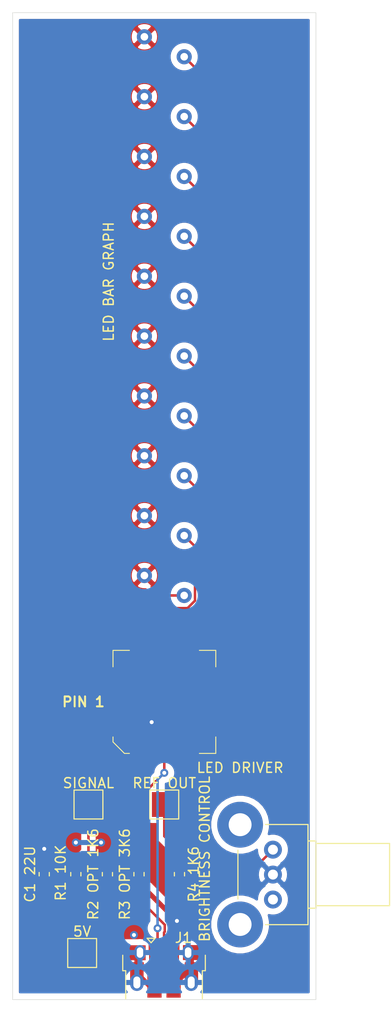
<source format=kicad_pcb>
(kicad_pcb (version 20171130) (host pcbnew "(5.1.0)-1")

  (general
    (thickness 1.6)
    (drawings 5)
    (tracks 155)
    (zones 0)
    (modules 12)
    (nets 22)
  )

  (page A4)
  (title_block
    (title "PWM LED Bar Graph")
    (date 2019-04-13)
    (rev a)
  )

  (layers
    (0 F.Cu signal)
    (31 B.Cu signal)
    (32 B.Adhes user)
    (33 F.Adhes user)
    (34 B.Paste user hide)
    (35 F.Paste user hide)
    (36 B.SilkS user)
    (37 F.SilkS user)
    (38 B.Mask user)
    (39 F.Mask user)
    (40 Dwgs.User user)
    (41 Cmts.User user)
    (42 Eco1.User user)
    (43 Eco2.User user)
    (44 Edge.Cuts user)
    (45 Margin user)
    (46 B.CrtYd user)
    (47 F.CrtYd user)
    (48 B.Fab user)
    (49 F.Fab user)
  )

  (setup
    (last_trace_width 0.25)
    (trace_clearance 0.2)
    (zone_clearance 0.6)
    (zone_45_only no)
    (trace_min 0.2)
    (via_size 0.8)
    (via_drill 0.4)
    (via_min_size 0.6)
    (via_min_drill 0.3)
    (uvia_size 0.3)
    (uvia_drill 0.1)
    (uvias_allowed no)
    (uvia_min_size 0.2)
    (uvia_min_drill 0.1)
    (edge_width 0.05)
    (segment_width 0.2)
    (pcb_text_width 0.3)
    (pcb_text_size 1.5 1.5)
    (mod_edge_width 0.12)
    (mod_text_size 1 2)
    (mod_text_width 0.2)
    (pad_size 1.524 1.524)
    (pad_drill 0.762)
    (pad_to_mask_clearance 0.051)
    (solder_mask_min_width 0.25)
    (aux_axis_origin 0 0)
    (visible_elements 7FFFFFFF)
    (pcbplotparams
      (layerselection 0x010f0_ffffffff)
      (usegerberextensions false)
      (usegerberattributes false)
      (usegerberadvancedattributes false)
      (creategerberjobfile false)
      (excludeedgelayer true)
      (linewidth 0.100000)
      (plotframeref false)
      (viasonmask false)
      (mode 1)
      (useauxorigin false)
      (hpglpennumber 1)
      (hpglpenspeed 20)
      (hpglpendiameter 15.000000)
      (psnegative false)
      (psa4output false)
      (plotreference true)
      (plotvalue true)
      (plotinvisibletext false)
      (padsonsilk false)
      (subtractmaskfromsilk false)
      (outputformat 1)
      (mirror false)
      (drillshape 0)
      (scaleselection 1)
      (outputdirectory "gerber/"))
  )

  (net 0 "")
  (net 1 GND)
  (net 2 "Net-(C1-Pad1)")
  (net 3 "Net-(IC1-Pad18)")
  (net 4 "Net-(IC1-Pad17)")
  (net 5 "Net-(IC1-Pad16)")
  (net 6 "Net-(IC1-Pad15)")
  (net 7 "Net-(IC1-Pad14)")
  (net 8 "Net-(IC1-Pad13)")
  (net 9 "Net-(IC1-Pad12)")
  (net 10 USB5V)
  (net 11 "Net-(IC1-Pad9)")
  (net 12 "Net-(IC1-Pad8)")
  (net 13 "Net-(IC1-Pad7)")
  (net 14 "Net-(IC1-Pad6)")
  (net 15 "Net-(IC1-Pad19)")
  (net 16 "Net-(IC1-Pad20)")
  (net 17 "Net-(IC1-Pad1)")
  (net 18 "Net-(J1-Pad4)")
  (net 19 "Net-(J1-Pad3)")
  (net 20 "Net-(R4-Pad2)")
  (net 21 "Net-(RV1-Pad1)")

  (net_class Default "This is the default net class."
    (clearance 0.2)
    (trace_width 0.25)
    (via_dia 0.8)
    (via_drill 0.4)
    (uvia_dia 0.3)
    (uvia_drill 0.1)
    (add_net "Net-(C1-Pad1)")
    (add_net "Net-(IC1-Pad1)")
    (add_net "Net-(IC1-Pad12)")
    (add_net "Net-(IC1-Pad13)")
    (add_net "Net-(IC1-Pad14)")
    (add_net "Net-(IC1-Pad15)")
    (add_net "Net-(IC1-Pad16)")
    (add_net "Net-(IC1-Pad17)")
    (add_net "Net-(IC1-Pad18)")
    (add_net "Net-(IC1-Pad19)")
    (add_net "Net-(IC1-Pad20)")
    (add_net "Net-(IC1-Pad6)")
    (add_net "Net-(IC1-Pad7)")
    (add_net "Net-(IC1-Pad8)")
    (add_net "Net-(IC1-Pad9)")
    (add_net "Net-(J1-Pad3)")
    (add_net "Net-(J1-Pad4)")
    (add_net "Net-(R4-Pad2)")
    (add_net "Net-(RV1-Pad1)")
  )

  (net_class Power ""
    (clearance 0.2)
    (trace_width 0.5)
    (via_dia 0.8)
    (via_drill 0.4)
    (uvia_dia 0.3)
    (uvia_drill 0.1)
    (add_net GND)
    (add_net USB5V)
  )

  (module ledbar:led-bar-graph-10 (layer F.Cu) (tedit 5CB32BE2) (tstamp 5CB344BB)
    (at 152.4 59.98 180)
    (path /5CB1C738)
    (fp_text reference "LED BAR GRAPH" (at 5.588 -2.54 270) (layer F.SilkS)
      (effects (font (size 1 1) (thickness 0.15)))
    )
    (fp_text value LED-Bar-Graph (at 0 -0.5 180) (layer F.Fab)
      (effects (font (size 1 1) (thickness 0.15)))
    )
    (pad 1 thru_hole circle (at -2 -34 180) (size 1.524 1.524) (drill 0.762) (layers *.Cu *.Mask)
      (net 17 "Net-(IC1-Pad1)"))
    (pad 2 thru_hole circle (at -2 -28 180) (size 1.524 1.524) (drill 0.762) (layers *.Cu *.Mask)
      (net 16 "Net-(IC1-Pad20)"))
    (pad 3 thru_hole circle (at -2 -22 180) (size 1.524 1.524) (drill 0.762) (layers *.Cu *.Mask)
      (net 15 "Net-(IC1-Pad19)"))
    (pad 4 thru_hole circle (at -2 -16 180) (size 1.524 1.524) (drill 0.762) (layers *.Cu *.Mask)
      (net 3 "Net-(IC1-Pad18)"))
    (pad 5 thru_hole circle (at -2 -10 180) (size 1.524 1.524) (drill 0.762) (layers *.Cu *.Mask)
      (net 4 "Net-(IC1-Pad17)"))
    (pad 6 thru_hole circle (at -2 -4 180) (size 1.524 1.524) (drill 0.762) (layers *.Cu *.Mask)
      (net 5 "Net-(IC1-Pad16)"))
    (pad 7 thru_hole circle (at -2 2 180) (size 1.524 1.524) (drill 0.762) (layers *.Cu *.Mask)
      (net 6 "Net-(IC1-Pad15)"))
    (pad 8 thru_hole circle (at -2 8 180) (size 1.524 1.524) (drill 0.762) (layers *.Cu *.Mask)
      (net 7 "Net-(IC1-Pad14)"))
    (pad 9 thru_hole circle (at -2 14 180) (size 1.524 1.524) (drill 0.762) (layers *.Cu *.Mask)
      (net 8 "Net-(IC1-Pad13)"))
    (pad 10 thru_hole circle (at -2 20 180) (size 1.524 1.524) (drill 0.762) (layers *.Cu *.Mask)
      (net 9 "Net-(IC1-Pad12)"))
    (pad 11 thru_hole circle (at 2 22 180) (size 1.524 1.524) (drill 0.762) (layers *.Cu *.Mask)
      (net 10 USB5V))
    (pad 12 thru_hole circle (at 2 16 180) (size 1.524 1.524) (drill 0.762) (layers *.Cu *.Mask)
      (net 10 USB5V))
    (pad 13 thru_hole circle (at 2 10 180) (size 1.524 1.524) (drill 0.762) (layers *.Cu *.Mask)
      (net 10 USB5V))
    (pad 14 thru_hole circle (at 2 4 180) (size 1.524 1.524) (drill 0.762) (layers *.Cu *.Mask)
      (net 10 USB5V))
    (pad 15 thru_hole circle (at 2 -2 180) (size 1.524 1.524) (drill 0.762) (layers *.Cu *.Mask)
      (net 10 USB5V))
    (pad 16 thru_hole circle (at 2 -8 180) (size 1.524 1.524) (drill 0.762) (layers *.Cu *.Mask)
      (net 10 USB5V))
    (pad 17 thru_hole circle (at 2 -14 180) (size 1.524 1.524) (drill 0.762) (layers *.Cu *.Mask)
      (net 10 USB5V))
    (pad 18 thru_hole circle (at 2 -20 180) (size 1.524 1.524) (drill 0.762) (layers *.Cu *.Mask)
      (net 10 USB5V))
    (pad 19 thru_hole circle (at 2 -26 180) (size 1.524 1.524) (drill 0.762) (layers *.Cu *.Mask)
      (net 10 USB5V))
    (pad 20 thru_hole circle (at 2 -32 180) (size 1.524 1.524) (drill 0.762) (layers *.Cu *.Mask)
      (net 10 USB5V))
  )

  (module Resistor_SMD:R_0603_1608Metric_Pad1.05x0.95mm_HandSolder (layer F.Cu) (tedit 5B301BBD) (tstamp 5CB32236)
    (at 143.51 121.92 270)
    (descr "Resistor SMD 0603 (1608 Metric), square (rectangular) end terminal, IPC_7351 nominal with elongated pad for handsoldering. (Body size source: http://www.tortai-tech.com/upload/download/2011102023233369053.pdf), generated with kicad-footprint-generator")
    (tags "resistor handsolder")
    (path /5CB26FC5)
    (attr smd)
    (fp_text reference "R1 10K" (at -0.127 1.524 270) (layer F.SilkS)
      (effects (font (size 1 1) (thickness 0.15)))
    )
    (fp_text value 10k (at 0 1.43 270) (layer F.Fab)
      (effects (font (size 1 1) (thickness 0.15)))
    )
    (fp_text user %R (at 0 0 270) (layer F.Fab)
      (effects (font (size 0.4 0.4) (thickness 0.06)))
    )
    (fp_line (start 1.65 0.73) (end -1.65 0.73) (layer F.CrtYd) (width 0.05))
    (fp_line (start 1.65 -0.73) (end 1.65 0.73) (layer F.CrtYd) (width 0.05))
    (fp_line (start -1.65 -0.73) (end 1.65 -0.73) (layer F.CrtYd) (width 0.05))
    (fp_line (start -1.65 0.73) (end -1.65 -0.73) (layer F.CrtYd) (width 0.05))
    (fp_line (start -0.171267 0.51) (end 0.171267 0.51) (layer F.SilkS) (width 0.12))
    (fp_line (start -0.171267 -0.51) (end 0.171267 -0.51) (layer F.SilkS) (width 0.12))
    (fp_line (start 0.8 0.4) (end -0.8 0.4) (layer F.Fab) (width 0.1))
    (fp_line (start 0.8 -0.4) (end 0.8 0.4) (layer F.Fab) (width 0.1))
    (fp_line (start -0.8 -0.4) (end 0.8 -0.4) (layer F.Fab) (width 0.1))
    (fp_line (start -0.8 0.4) (end -0.8 -0.4) (layer F.Fab) (width 0.1))
    (pad 2 smd roundrect (at 0.875 0 270) (size 1.05 0.95) (layers F.Cu F.Paste F.Mask) (roundrect_rratio 0.25)
      (net 19 "Net-(J1-Pad3)"))
    (pad 1 smd roundrect (at -0.875 0 270) (size 1.05 0.95) (layers F.Cu F.Paste F.Mask) (roundrect_rratio 0.25)
      (net 2 "Net-(C1-Pad1)"))
    (model ${KISYS3DMOD}/Resistor_SMD.3dshapes/R_0603_1608Metric.wrl
      (at (xyz 0 0 0))
      (scale (xyz 1 1 1))
      (rotate (xyz 0 0 0))
    )
  )

  (module Potentiometer_THT:Potentiometer_Alps_RK09K_Single_Horizontal (layer F.Cu) (tedit 5A3D4993) (tstamp 5CB209F8)
    (at 163.32 124.46)
    (descr "Potentiometer, horizontal, Alps RK09K Single, http://www.alps.com/prod/info/E/HTML/Potentiometer/RotaryPotentiometers/RK09K/RK09K_list.html")
    (tags "Potentiometer horizontal Alps RK09K Single")
    (path /5CB3E8E2)
    (fp_text reference "BRIGHTNESS CONTROL" (at -6.856 -4.064 90) (layer F.SilkS)
      (effects (font (size 1 1) (thickness 0.15)))
    )
    (fp_text value 100k (at 0 6.05) (layer F.Fab)
      (effects (font (size 1 1) (thickness 0.15)))
    )
    (fp_line (start -3.4 -7.4) (end -3.4 2.4) (layer F.Fab) (width 0.1))
    (fp_line (start -3.4 2.4) (end 3.4 2.4) (layer F.Fab) (width 0.1))
    (fp_line (start 3.4 2.4) (end 3.4 -7.4) (layer F.Fab) (width 0.1))
    (fp_line (start 3.4 -7.4) (end -3.4 -7.4) (layer F.Fab) (width 0.1))
    (fp_line (start 3.4 -5.75) (end 3.4 0.75) (layer F.Fab) (width 0.1))
    (fp_line (start 3.4 0.75) (end 4.2 0.75) (layer F.Fab) (width 0.1))
    (fp_line (start 4.2 0.75) (end 4.2 -5.75) (layer F.Fab) (width 0.1))
    (fp_line (start 4.2 -5.75) (end 3.4 -5.75) (layer F.Fab) (width 0.1))
    (fp_line (start 4.2 -5.5) (end 4.2 0.5) (layer F.Fab) (width 0.1))
    (fp_line (start 4.2 0.5) (end 11.6 0.5) (layer F.Fab) (width 0.1))
    (fp_line (start 11.6 0.5) (end 11.6 -5.5) (layer F.Fab) (width 0.1))
    (fp_line (start 11.6 -5.5) (end 4.2 -5.5) (layer F.Fab) (width 0.1))
    (fp_line (start -0.745 -7.521) (end 3.52 -7.521) (layer F.SilkS) (width 0.12))
    (fp_line (start -0.745 2.52) (end 3.52 2.52) (layer F.SilkS) (width 0.12))
    (fp_line (start -3.52 -4.944) (end -3.52 -0.055) (layer F.SilkS) (width 0.12))
    (fp_line (start 3.52 -7.521) (end 3.52 2.52) (layer F.SilkS) (width 0.12))
    (fp_line (start 3.52 -5.87) (end 4.32 -5.87) (layer F.SilkS) (width 0.12))
    (fp_line (start 3.52 0.87) (end 4.32 0.87) (layer F.SilkS) (width 0.12))
    (fp_line (start 3.52 -5.87) (end 3.52 0.87) (layer F.SilkS) (width 0.12))
    (fp_line (start 4.32 -5.87) (end 4.32 0.87) (layer F.SilkS) (width 0.12))
    (fp_line (start 4.32 -5.62) (end 11.72 -5.62) (layer F.SilkS) (width 0.12))
    (fp_line (start 4.32 0.62) (end 11.72 0.62) (layer F.SilkS) (width 0.12))
    (fp_line (start 4.32 -5.62) (end 4.32 0.62) (layer F.SilkS) (width 0.12))
    (fp_line (start 11.72 -5.62) (end 11.72 0.62) (layer F.SilkS) (width 0.12))
    (fp_line (start -5.85 -10.05) (end -5.85 5.1) (layer F.CrtYd) (width 0.05))
    (fp_line (start -5.85 5.1) (end 11.85 5.1) (layer F.CrtYd) (width 0.05))
    (fp_line (start 11.85 5.1) (end 11.85 -10.05) (layer F.CrtYd) (width 0.05))
    (fp_line (start 11.85 -10.05) (end -5.85 -10.05) (layer F.CrtYd) (width 0.05))
    (fp_text user %R (at 0 -2.5) (layer F.Fab)
      (effects (font (size 1 1) (thickness 0.15)))
    )
    (pad 3 thru_hole circle (at 0 -5) (size 1.8 1.8) (drill 1) (layers *.Cu *.Mask)
      (net 20 "Net-(R4-Pad2)"))
    (pad 2 thru_hole circle (at 0 -2.5) (size 1.8 1.8) (drill 1) (layers *.Cu *.Mask)
      (net 1 GND))
    (pad 1 thru_hole circle (at 0 0) (size 1.8 1.8) (drill 1) (layers *.Cu *.Mask)
      (net 21 "Net-(RV1-Pad1)"))
    (pad "" thru_hole circle (at -3.3 -7.5) (size 4.6 4.6) (drill 2.3) (layers *.Cu *.Mask))
    (pad "" thru_hole circle (at -3.3 2.5) (size 4.6 4.6) (drill 2.3) (layers *.Cu *.Mask))
    (model ${KISYS3DMOD}/Potentiometer_THT.3dshapes/Potentiometer_Alps_RK09K_Single_Horizontal.wrl
      (at (xyz 0 0 0))
      (scale (xyz 1 1 1))
      (rotate (xyz 0 0 0))
    )
  )

  (module Resistor_SMD:R_0603_1608Metric_Pad1.05x0.95mm_HandSolder (layer F.Cu) (tedit 5B301BBD) (tstamp 5CB32C31)
    (at 149.86 121.92 90)
    (descr "Resistor SMD 0603 (1608 Metric), square (rectangular) end terminal, IPC_7351 nominal with elongated pad for handsoldering. (Body size source: http://www.tortai-tech.com/upload/download/2011102023233369053.pdf), generated with kicad-footprint-generator")
    (tags "resistor handsolder")
    (path /5CB6073B)
    (attr smd)
    (fp_text reference "R3 OPT 3K6" (at 0 -1.43 90) (layer F.SilkS)
      (effects (font (size 1 1) (thickness 0.15)))
    )
    (fp_text value 3.6k (at 0 1.43 90) (layer F.Fab)
      (effects (font (size 1 1) (thickness 0.15)))
    )
    (fp_text user %R (at 0 0 90) (layer F.Fab)
      (effects (font (size 0.4 0.4) (thickness 0.06)))
    )
    (fp_line (start 1.65 0.73) (end -1.65 0.73) (layer F.CrtYd) (width 0.05))
    (fp_line (start 1.65 -0.73) (end 1.65 0.73) (layer F.CrtYd) (width 0.05))
    (fp_line (start -1.65 -0.73) (end 1.65 -0.73) (layer F.CrtYd) (width 0.05))
    (fp_line (start -1.65 0.73) (end -1.65 -0.73) (layer F.CrtYd) (width 0.05))
    (fp_line (start -0.171267 0.51) (end 0.171267 0.51) (layer F.SilkS) (width 0.12))
    (fp_line (start -0.171267 -0.51) (end 0.171267 -0.51) (layer F.SilkS) (width 0.12))
    (fp_line (start 0.8 0.4) (end -0.8 0.4) (layer F.Fab) (width 0.1))
    (fp_line (start 0.8 -0.4) (end 0.8 0.4) (layer F.Fab) (width 0.1))
    (fp_line (start -0.8 -0.4) (end 0.8 -0.4) (layer F.Fab) (width 0.1))
    (fp_line (start -0.8 0.4) (end -0.8 -0.4) (layer F.Fab) (width 0.1))
    (pad 2 smd roundrect (at 0.875 0 90) (size 1.05 0.95) (layers F.Cu F.Paste F.Mask) (roundrect_rratio 0.25)
      (net 14 "Net-(IC1-Pad6)"))
    (pad 1 smd roundrect (at -0.875 0 90) (size 1.05 0.95) (layers F.Cu F.Paste F.Mask) (roundrect_rratio 0.25)
      (net 1 GND))
    (model ${KISYS3DMOD}/Resistor_SMD.3dshapes/R_0603_1608Metric.wrl
      (at (xyz 0 0 0))
      (scale (xyz 1 1 1))
      (rotate (xyz 0 0 0))
    )
  )

  (module Resistor_SMD:R_0603_1608Metric_Pad1.05x0.95mm_HandSolder (layer F.Cu) (tedit 5B301BBD) (tstamp 5CB32C20)
    (at 146.685 121.92 90)
    (descr "Resistor SMD 0603 (1608 Metric), square (rectangular) end terminal, IPC_7351 nominal with elongated pad for handsoldering. (Body size source: http://www.tortai-tech.com/upload/download/2011102023233369053.pdf), generated with kicad-footprint-generator")
    (tags "resistor handsolder")
    (path /5CB5E1E9)
    (attr smd)
    (fp_text reference "R2 OPT 1K6" (at 0 -1.43 90) (layer F.SilkS)
      (effects (font (size 1 1) (thickness 0.15)))
    )
    (fp_text value 1.6k (at 0 1.43 90) (layer F.Fab)
      (effects (font (size 1 1) (thickness 0.15)))
    )
    (fp_text user %R (at 0 0 90) (layer F.Fab)
      (effects (font (size 0.4 0.4) (thickness 0.06)))
    )
    (fp_line (start 1.65 0.73) (end -1.65 0.73) (layer F.CrtYd) (width 0.05))
    (fp_line (start 1.65 -0.73) (end 1.65 0.73) (layer F.CrtYd) (width 0.05))
    (fp_line (start -1.65 -0.73) (end 1.65 -0.73) (layer F.CrtYd) (width 0.05))
    (fp_line (start -1.65 0.73) (end -1.65 -0.73) (layer F.CrtYd) (width 0.05))
    (fp_line (start -0.171267 0.51) (end 0.171267 0.51) (layer F.SilkS) (width 0.12))
    (fp_line (start -0.171267 -0.51) (end 0.171267 -0.51) (layer F.SilkS) (width 0.12))
    (fp_line (start 0.8 0.4) (end -0.8 0.4) (layer F.Fab) (width 0.1))
    (fp_line (start 0.8 -0.4) (end 0.8 0.4) (layer F.Fab) (width 0.1))
    (fp_line (start -0.8 -0.4) (end 0.8 -0.4) (layer F.Fab) (width 0.1))
    (fp_line (start -0.8 0.4) (end -0.8 -0.4) (layer F.Fab) (width 0.1))
    (pad 2 smd roundrect (at 0.875 0 90) (size 1.05 0.95) (layers F.Cu F.Paste F.Mask) (roundrect_rratio 0.25)
      (net 10 USB5V))
    (pad 1 smd roundrect (at -0.875 0 90) (size 1.05 0.95) (layers F.Cu F.Paste F.Mask) (roundrect_rratio 0.25)
      (net 14 "Net-(IC1-Pad6)"))
    (model ${KISYS3DMOD}/Resistor_SMD.3dshapes/R_0603_1608Metric.wrl
      (at (xyz 0 0 0))
      (scale (xyz 1 1 1))
      (rotate (xyz 0 0 0))
    )
  )

  (module TestPoint:TestPoint_Pad_2.5x2.5mm (layer F.Cu) (tedit 5A0F774F) (tstamp 5CB322BB)
    (at 144.145 129.82)
    (descr "SMD rectangular pad as test Point, square 2.5mm side length")
    (tags "test point SMD pad rectangle square")
    (path /5CB4BC5D)
    (attr virtual)
    (fp_text reference 5V (at 0 -2.148) (layer F.SilkS)
      (effects (font (size 1 1) (thickness 0.15)))
    )
    (fp_text value TestPoint (at 0 2.25) (layer F.Fab)
      (effects (font (size 1 1) (thickness 0.15)))
    )
    (fp_line (start 1.75 1.75) (end -1.75 1.75) (layer F.CrtYd) (width 0.05))
    (fp_line (start 1.75 1.75) (end 1.75 -1.75) (layer F.CrtYd) (width 0.05))
    (fp_line (start -1.75 -1.75) (end -1.75 1.75) (layer F.CrtYd) (width 0.05))
    (fp_line (start -1.75 -1.75) (end 1.75 -1.75) (layer F.CrtYd) (width 0.05))
    (fp_line (start -1.45 1.45) (end -1.45 -1.45) (layer F.SilkS) (width 0.12))
    (fp_line (start 1.45 1.45) (end -1.45 1.45) (layer F.SilkS) (width 0.12))
    (fp_line (start 1.45 -1.45) (end 1.45 1.45) (layer F.SilkS) (width 0.12))
    (fp_line (start -1.45 -1.45) (end 1.45 -1.45) (layer F.SilkS) (width 0.12))
    (fp_text user %R (at 0 -2.15) (layer F.Fab)
      (effects (font (size 1 1) (thickness 0.15)))
    )
    (pad 1 smd rect (at 0 0) (size 2.5 2.5) (layers F.Cu F.Mask)
      (net 10 USB5V))
  )

  (module TestPoint:TestPoint_Pad_2.5x2.5mm (layer F.Cu) (tedit 5A0F774F) (tstamp 5CB322AD)
    (at 152.4 114.935)
    (descr "SMD rectangular pad as test Point, square 2.5mm side length")
    (tags "test point SMD pad rectangle square")
    (path /5CB49DEB)
    (attr virtual)
    (fp_text reference "REF OUT" (at 0 -2.148) (layer F.SilkS)
      (effects (font (size 1 1) (thickness 0.15)))
    )
    (fp_text value TestPoint (at 0 2.25) (layer F.Fab)
      (effects (font (size 1 1) (thickness 0.15)))
    )
    (fp_line (start 1.75 1.75) (end -1.75 1.75) (layer F.CrtYd) (width 0.05))
    (fp_line (start 1.75 1.75) (end 1.75 -1.75) (layer F.CrtYd) (width 0.05))
    (fp_line (start -1.75 -1.75) (end -1.75 1.75) (layer F.CrtYd) (width 0.05))
    (fp_line (start -1.75 -1.75) (end 1.75 -1.75) (layer F.CrtYd) (width 0.05))
    (fp_line (start -1.45 1.45) (end -1.45 -1.45) (layer F.SilkS) (width 0.12))
    (fp_line (start 1.45 1.45) (end -1.45 1.45) (layer F.SilkS) (width 0.12))
    (fp_line (start 1.45 -1.45) (end 1.45 1.45) (layer F.SilkS) (width 0.12))
    (fp_line (start -1.45 -1.45) (end 1.45 -1.45) (layer F.SilkS) (width 0.12))
    (fp_text user %R (at 0 -2.15) (layer F.Fab)
      (effects (font (size 1 1) (thickness 0.15)))
    )
    (pad 1 smd rect (at 0 0) (size 2.5 2.5) (layers F.Cu F.Mask)
      (net 12 "Net-(IC1-Pad8)"))
  )

  (module TestPoint:TestPoint_Pad_2.5x2.5mm (layer F.Cu) (tedit 5A0F774F) (tstamp 5CB3229F)
    (at 144.78 114.935)
    (descr "SMD rectangular pad as test Point, square 2.5mm side length")
    (tags "test point SMD pad rectangle square")
    (path /5CB49173)
    (attr virtual)
    (fp_text reference SIGNAL (at 0 -2.148) (layer F.SilkS)
      (effects (font (size 1 1) (thickness 0.15)))
    )
    (fp_text value TestPoint (at 0 2.25) (layer F.Fab)
      (effects (font (size 1 1) (thickness 0.15)))
    )
    (fp_line (start 1.75 1.75) (end -1.75 1.75) (layer F.CrtYd) (width 0.05))
    (fp_line (start 1.75 1.75) (end 1.75 -1.75) (layer F.CrtYd) (width 0.05))
    (fp_line (start -1.75 -1.75) (end -1.75 1.75) (layer F.CrtYd) (width 0.05))
    (fp_line (start -1.75 -1.75) (end 1.75 -1.75) (layer F.CrtYd) (width 0.05))
    (fp_line (start -1.45 1.45) (end -1.45 -1.45) (layer F.SilkS) (width 0.12))
    (fp_line (start 1.45 1.45) (end -1.45 1.45) (layer F.SilkS) (width 0.12))
    (fp_line (start 1.45 -1.45) (end 1.45 1.45) (layer F.SilkS) (width 0.12))
    (fp_line (start -1.45 -1.45) (end 1.45 -1.45) (layer F.SilkS) (width 0.12))
    (fp_text user %R (at 0 -2.15) (layer F.Fab)
      (effects (font (size 1 1) (thickness 0.15)))
    )
    (pad 1 smd rect (at 0 0) (size 2.5 2.5) (layers F.Cu F.Mask)
      (net 2 "Net-(C1-Pad1)"))
  )

  (module Resistor_SMD:R_0603_1608Metric_Pad1.05x0.95mm_HandSolder (layer F.Cu) (tedit 5B301BBD) (tstamp 5CB32247)
    (at 153.924 121.92 270)
    (descr "Resistor SMD 0603 (1608 Metric), square (rectangular) end terminal, IPC_7351 nominal with elongated pad for handsoldering. (Body size source: http://www.tortai-tech.com/upload/download/2011102023233369053.pdf), generated with kicad-footprint-generator")
    (tags "resistor handsolder")
    (path /5CB44C34)
    (attr smd)
    (fp_text reference "R4 1K6" (at 0 -1.43 270) (layer F.SilkS)
      (effects (font (size 1 1) (thickness 0.15)))
    )
    (fp_text value 1.6k (at 0 1.43 270) (layer F.Fab)
      (effects (font (size 1 1) (thickness 0.15)))
    )
    (fp_text user %R (at 0 0 270) (layer F.Fab)
      (effects (font (size 0.4 0.4) (thickness 0.06)))
    )
    (fp_line (start 1.65 0.73) (end -1.65 0.73) (layer F.CrtYd) (width 0.05))
    (fp_line (start 1.65 -0.73) (end 1.65 0.73) (layer F.CrtYd) (width 0.05))
    (fp_line (start -1.65 -0.73) (end 1.65 -0.73) (layer F.CrtYd) (width 0.05))
    (fp_line (start -1.65 0.73) (end -1.65 -0.73) (layer F.CrtYd) (width 0.05))
    (fp_line (start -0.171267 0.51) (end 0.171267 0.51) (layer F.SilkS) (width 0.12))
    (fp_line (start -0.171267 -0.51) (end 0.171267 -0.51) (layer F.SilkS) (width 0.12))
    (fp_line (start 0.8 0.4) (end -0.8 0.4) (layer F.Fab) (width 0.1))
    (fp_line (start 0.8 -0.4) (end 0.8 0.4) (layer F.Fab) (width 0.1))
    (fp_line (start -0.8 -0.4) (end 0.8 -0.4) (layer F.Fab) (width 0.1))
    (fp_line (start -0.8 0.4) (end -0.8 -0.4) (layer F.Fab) (width 0.1))
    (pad 2 smd roundrect (at 0.875 0 270) (size 1.05 0.95) (layers F.Cu F.Paste F.Mask) (roundrect_rratio 0.25)
      (net 20 "Net-(R4-Pad2)"))
    (pad 1 smd roundrect (at -0.875 0 270) (size 1.05 0.95) (layers F.Cu F.Paste F.Mask) (roundrect_rratio 0.25)
      (net 12 "Net-(IC1-Pad8)"))
    (model ${KISYS3DMOD}/Resistor_SMD.3dshapes/R_0603_1608Metric.wrl
      (at (xyz 0 0 0))
      (scale (xyz 1 1 1))
      (rotate (xyz 0 0 0))
    )
  )

  (module Capacitor_SMD:C_0603_1608Metric_Pad1.05x0.95mm_HandSolder (layer F.Cu) (tedit 5B301BBE) (tstamp 5CB3217B)
    (at 140.335 121.92 90)
    (descr "Capacitor SMD 0603 (1608 Metric), square (rectangular) end terminal, IPC_7351 nominal with elongated pad for handsoldering. (Body size source: http://www.tortai-tech.com/upload/download/2011102023233369053.pdf), generated with kicad-footprint-generator")
    (tags "capacitor handsolder")
    (path /5CB23D04)
    (attr smd)
    (fp_text reference "C1 22U" (at 0 -1.43 90) (layer F.SilkS)
      (effects (font (size 1 1) (thickness 0.15)))
    )
    (fp_text value 22u (at 0 1.43 90) (layer F.Fab)
      (effects (font (size 1 1) (thickness 0.15)))
    )
    (fp_text user %R (at 0 0 90) (layer F.Fab)
      (effects (font (size 0.4 0.4) (thickness 0.06)))
    )
    (fp_line (start 1.65 0.73) (end -1.65 0.73) (layer F.CrtYd) (width 0.05))
    (fp_line (start 1.65 -0.73) (end 1.65 0.73) (layer F.CrtYd) (width 0.05))
    (fp_line (start -1.65 -0.73) (end 1.65 -0.73) (layer F.CrtYd) (width 0.05))
    (fp_line (start -1.65 0.73) (end -1.65 -0.73) (layer F.CrtYd) (width 0.05))
    (fp_line (start -0.171267 0.51) (end 0.171267 0.51) (layer F.SilkS) (width 0.12))
    (fp_line (start -0.171267 -0.51) (end 0.171267 -0.51) (layer F.SilkS) (width 0.12))
    (fp_line (start 0.8 0.4) (end -0.8 0.4) (layer F.Fab) (width 0.1))
    (fp_line (start 0.8 -0.4) (end 0.8 0.4) (layer F.Fab) (width 0.1))
    (fp_line (start -0.8 -0.4) (end 0.8 -0.4) (layer F.Fab) (width 0.1))
    (fp_line (start -0.8 0.4) (end -0.8 -0.4) (layer F.Fab) (width 0.1))
    (pad 2 smd roundrect (at 0.875 0 90) (size 1.05 0.95) (layers F.Cu F.Paste F.Mask) (roundrect_rratio 0.25)
      (net 1 GND))
    (pad 1 smd roundrect (at -0.875 0 90) (size 1.05 0.95) (layers F.Cu F.Paste F.Mask) (roundrect_rratio 0.25)
      (net 2 "Net-(C1-Pad1)"))
    (model ${KISYS3DMOD}/Capacitor_SMD.3dshapes/C_0603_1608Metric.wrl
      (at (xyz 0 0 0))
      (scale (xyz 1 1 1))
      (rotate (xyz 0 0 0))
    )
  )

  (module Connector_USB:USB_Micro-B_Amphenol_10103594-0001LF_Horizontal (layer F.Cu) (tedit 5A1DC0BD) (tstamp 5CB2098E)
    (at 152.4 131.6609)
    (descr "Micro USB Type B 10103594-0001LF, http://cdn.amphenol-icc.com/media/wysiwyg/files/drawing/10103594.pdf")
    (tags "USB USB_B USB_micro USB_OTG")
    (path /5CB1A6C7)
    (attr smd)
    (fp_text reference J1 (at 1.925 -3.365) (layer F.SilkS)
      (effects (font (size 1 1) (thickness 0.15)))
    )
    (fp_text value USB_B_Micro (at -0.025 4.435) (layer F.Fab)
      (effects (font (size 1 1) (thickness 0.15)))
    )
    (fp_line (start 4.14 3.58) (end -4.13 3.58) (layer F.CrtYd) (width 0.05))
    (fp_line (start 4.14 3.58) (end 4.14 -2.88) (layer F.CrtYd) (width 0.05))
    (fp_line (start -4.13 -2.88) (end -4.13 3.58) (layer F.CrtYd) (width 0.05))
    (fp_line (start -4.13 -2.88) (end 4.14 -2.88) (layer F.CrtYd) (width 0.05))
    (fp_line (start -4.025 2.835) (end 3.975 2.835) (layer Dwgs.User) (width 0.1))
    (fp_line (start -3.775 3.335) (end -3.775 -0.865) (layer F.Fab) (width 0.12))
    (fp_line (start -2.975 -1.615) (end 3.725 -1.615) (layer F.Fab) (width 0.12))
    (fp_line (start 3.725 -1.615) (end 3.725 3.335) (layer F.Fab) (width 0.12))
    (fp_line (start 3.725 3.335) (end -3.775 3.335) (layer F.Fab) (width 0.12))
    (fp_line (start -3.775 -0.865) (end -2.975 -1.615) (layer F.Fab) (width 0.12))
    (fp_line (start -1.325 -2.865) (end -1.725 -3.315) (layer F.SilkS) (width 0.12))
    (fp_line (start -1.725 -3.315) (end -0.925 -3.315) (layer F.SilkS) (width 0.12))
    (fp_line (start -0.925 -3.315) (end -1.325 -2.865) (layer F.SilkS) (width 0.12))
    (fp_line (start 3.825 2.735) (end 3.825 -0.065) (layer F.SilkS) (width 0.12))
    (fp_line (start 3.825 -0.065) (end 4.125 -0.065) (layer F.SilkS) (width 0.12))
    (fp_line (start 4.125 -0.065) (end 4.125 -1.615) (layer F.SilkS) (width 0.12))
    (fp_line (start -3.875 2.735) (end -3.875 -0.065) (layer F.SilkS) (width 0.12))
    (fp_line (start -4.175 -0.065) (end -3.875 -0.065) (layer F.SilkS) (width 0.12))
    (fp_line (start -4.175 -0.065) (end -4.175 -1.615) (layer F.SilkS) (width 0.12))
    (fp_text user %R (at -0.025 -0.015) (layer F.Fab)
      (effects (font (size 1 1) (thickness 0.15)))
    )
    (fp_text user "PCB edge" (at -0.025 2.235) (layer Dwgs.User)
      (effects (font (size 0.5 0.5) (thickness 0.075)))
    )
    (pad 6 smd rect (at 0.935 1.385 90) (size 2.5 1.43) (layers F.Cu F.Paste F.Mask)
      (net 1 GND))
    (pad 6 smd rect (at -0.985 1.385 90) (size 2.5 1.43) (layers F.Cu F.Paste F.Mask)
      (net 1 GND))
    (pad 6 thru_hole oval (at 2.705 1.115 90) (size 1.7 1.35) (drill oval 1.2 0.7) (layers *.Cu *.Mask)
      (net 1 GND))
    (pad 6 thru_hole oval (at -2.755 1.115 90) (size 1.7 1.35) (drill oval 1.2 0.7) (layers *.Cu *.Mask)
      (net 1 GND))
    (pad 6 thru_hole oval (at 2.395 -1.885 90) (size 1.5 1.1) (drill oval 1.05 0.65) (layers *.Cu *.Mask)
      (net 1 GND))
    (pad 6 thru_hole oval (at -2.445 -1.885 90) (size 1.5 1.1) (drill oval 1.05 0.65) (layers *.Cu *.Mask)
      (net 1 GND))
    (pad 5 smd rect (at 1.275 -1.765 90) (size 1.65 0.4) (layers F.Cu F.Paste F.Mask)
      (net 1 GND))
    (pad 4 smd rect (at 0.625 -1.765 90) (size 1.65 0.4) (layers F.Cu F.Paste F.Mask)
      (net 18 "Net-(J1-Pad4)"))
    (pad 3 smd rect (at -0.025 -1.765 90) (size 1.65 0.4) (layers F.Cu F.Paste F.Mask)
      (net 19 "Net-(J1-Pad3)"))
    (pad 2 smd rect (at -0.675 -1.765 90) (size 1.65 0.4) (layers F.Cu F.Paste F.Mask)
      (net 14 "Net-(IC1-Pad6)"))
    (pad 1 smd rect (at -1.325 -1.765 90) (size 1.65 0.4) (layers F.Cu F.Paste F.Mask)
      (net 10 USB5V))
    (pad 6 smd rect (at 2.875 -1.885) (size 2 1.5) (layers F.Cu F.Paste F.Mask)
      (net 1 GND))
    (pad 6 smd rect (at -2.875 -1.865) (size 2 1.5) (layers F.Cu F.Paste F.Mask)
      (net 1 GND))
    (pad 6 smd rect (at 2.975 -0.565) (size 1.825 0.7) (layers F.Cu F.Paste F.Mask)
      (net 1 GND))
    (pad 6 smd rect (at -2.975 -0.565) (size 1.825 0.7) (layers F.Cu F.Paste F.Mask)
      (net 1 GND))
    (pad 6 smd rect (at -2.755 0.185) (size 1.35 2) (layers F.Cu F.Paste F.Mask)
      (net 1 GND))
    (pad 6 smd rect (at 2.725 0.185) (size 1.35 2) (layers F.Cu F.Paste F.Mask)
      (net 1 GND))
    (model ${KISYS3DMOD}/Connector_USB.3dshapes/USB_Micro-B_Amphenol_10103594-0001LF_Horizontal.wrl
      (at (xyz 0 0 0))
      (scale (xyz 1 1 1))
      (rotate (xyz 0 0 0))
    )
  )

  (module Package_LCC:PLCC-20 (layer F.Cu) (tedit 5A02ECC8) (tstamp 5CB20964)
    (at 152.4115 104.648 90)
    (descr "PLCC, 20 pins, surface mount")
    (tags "plcc smt")
    (path /5CB1B129)
    (attr smd)
    (fp_text reference "LED DRIVER" (at -6.604 7.6085 180) (layer F.SilkS)
      (effects (font (size 1 1) (thickness 0.15)))
    )
    (fp_text value LM3914VX_NOPB (at 0 6.015 90) (layer F.Fab)
      (effects (font (size 1 1) (thickness 0.15)))
    )
    (fp_text user %R (at 0 0 90) (layer F.Fab)
      (effects (font (size 1 1) (thickness 0.15)))
    )
    (fp_line (start 5.165 5.165) (end 5.165 3.515) (layer F.SilkS) (width 0.1))
    (fp_line (start 3.515 5.165) (end 5.165 5.165) (layer F.SilkS) (width 0.1))
    (fp_line (start -5.165 5.165) (end -5.165 3.515) (layer F.SilkS) (width 0.1))
    (fp_line (start -3.515 5.165) (end -5.165 5.165) (layer F.SilkS) (width 0.1))
    (fp_line (start 5.165 -5.165) (end 5.165 -3.515) (layer F.SilkS) (width 0.1))
    (fp_line (start 3.515 -5.165) (end 5.165 -5.165) (layer F.SilkS) (width 0.1))
    (fp_line (start -5.165 -4.015) (end -5.165 -3.515) (layer F.SilkS) (width 0.1))
    (fp_line (start -4.015 -5.165) (end -5.165 -4.015) (layer F.SilkS) (width 0.1))
    (fp_line (start -3.515 -5.165) (end -4.015 -5.165) (layer F.SilkS) (width 0.1))
    (fp_line (start 0 -4.015) (end 0.5 -5.015) (layer F.Fab) (width 0.1))
    (fp_line (start -0.5 -5.015) (end 0 -4.015) (layer F.Fab) (width 0.1))
    (fp_line (start 5.5 -5.5) (end -5.5 -5.5) (layer F.CrtYd) (width 0.05))
    (fp_line (start 5.5 5.5) (end 5.5 -5.5) (layer F.CrtYd) (width 0.05))
    (fp_line (start -5.5 5.5) (end 5.5 5.5) (layer F.CrtYd) (width 0.05))
    (fp_line (start -5.5 -5.5) (end -5.5 5.5) (layer F.CrtYd) (width 0.05))
    (fp_line (start 5.015 -5.015) (end -4.015 -5.015) (layer F.Fab) (width 0.1))
    (fp_line (start 5.015 5.015) (end 5.015 -5.015) (layer F.Fab) (width 0.1))
    (fp_line (start -5.015 5.015) (end 5.015 5.015) (layer F.Fab) (width 0.1))
    (fp_line (start -5.015 -4.015) (end -5.015 5.015) (layer F.Fab) (width 0.1))
    (fp_line (start -4.015 -5.015) (end -5.015 -4.015) (layer F.Fab) (width 0.1))
    (pad 18 smd rect (at 4.0525 -2.54 90) (size 1.925 0.7) (layers F.Cu F.Paste F.Mask)
      (net 3 "Net-(IC1-Pad18)"))
    (pad 17 smd rect (at 4.0525 -1.27 90) (size 1.925 0.7) (layers F.Cu F.Paste F.Mask)
      (net 4 "Net-(IC1-Pad17)"))
    (pad 16 smd rect (at 4.0525 0 90) (size 1.925 0.7) (layers F.Cu F.Paste F.Mask)
      (net 5 "Net-(IC1-Pad16)"))
    (pad 15 smd rect (at 4.0525 1.27 90) (size 1.925 0.7) (layers F.Cu F.Paste F.Mask)
      (net 6 "Net-(IC1-Pad15)"))
    (pad 14 smd rect (at 4.0525 2.54 90) (size 1.925 0.7) (layers F.Cu F.Paste F.Mask)
      (net 7 "Net-(IC1-Pad14)"))
    (pad 13 smd rect (at 2.54 4.0525 90) (size 0.7 1.925) (layers F.Cu F.Paste F.Mask)
      (net 8 "Net-(IC1-Pad13)"))
    (pad 12 smd rect (at 1.27 4.0525 90) (size 0.7 1.925) (layers F.Cu F.Paste F.Mask)
      (net 9 "Net-(IC1-Pad12)"))
    (pad 11 smd rect (at 0 4.0525 90) (size 0.7 1.925) (layers F.Cu F.Paste F.Mask)
      (net 10 USB5V))
    (pad 10 smd rect (at -1.27 4.0525 90) (size 0.7 1.925) (layers F.Cu F.Paste F.Mask)
      (net 1 GND))
    (pad 9 smd rect (at -2.54 4.0525 90) (size 0.7 1.925) (layers F.Cu F.Paste F.Mask)
      (net 11 "Net-(IC1-Pad9)"))
    (pad 8 smd rect (at -4.0525 2.54 90) (size 1.925 0.7) (layers F.Cu F.Paste F.Mask)
      (net 12 "Net-(IC1-Pad8)"))
    (pad 7 smd rect (at -4.0525 1.27 90) (size 1.925 0.7) (layers F.Cu F.Paste F.Mask)
      (net 13 "Net-(IC1-Pad7)"))
    (pad 6 smd rect (at -4.0525 0 90) (size 1.925 0.7) (layers F.Cu F.Paste F.Mask)
      (net 14 "Net-(IC1-Pad6)"))
    (pad 5 smd rect (at -4.0525 -1.27 90) (size 1.925 0.7) (layers F.Cu F.Paste F.Mask)
      (net 2 "Net-(C1-Pad1)"))
    (pad 4 smd rect (at -4.0525 -2.54 90) (size 1.925 0.7) (layers F.Cu F.Paste F.Mask)
      (net 1 GND))
    (pad 19 smd rect (at 2.54 -4.0525 90) (size 0.7 1.925) (layers F.Cu F.Paste F.Mask)
      (net 15 "Net-(IC1-Pad19)"))
    (pad 20 smd rect (at 1.27 -4.0525 90) (size 0.7 1.925) (layers F.Cu F.Paste F.Mask)
      (net 16 "Net-(IC1-Pad20)"))
    (pad 3 smd rect (at -2.54 -4.0525 90) (size 0.7 1.925) (layers F.Cu F.Paste F.Mask)
      (net 10 USB5V))
    (pad 2 smd rect (at -1.27 -4.0525 90) (size 0.7 1.925) (layers F.Cu F.Paste F.Mask)
      (net 1 GND))
    (pad 1 smd rect (at 0 -4.0525 90) (size 0.7 1.925) (layers F.Cu F.Paste F.Mask)
      (net 17 "Net-(IC1-Pad1)"))
    (model ${KISYS3DMOD}/Package_LCC.3dshapes/PLCC-20.wrl
      (at (xyz 0 0 0))
      (scale (xyz 1 1 1))
      (rotate (xyz 0 0 0))
    )
  )

  (gr_line (start 167.64 35.56) (end 167.64 134.493) (layer Edge.Cuts) (width 0.05) (tstamp 5CB52D91))
  (gr_line (start 137.16 35.56) (end 167.64 35.56) (layer Edge.Cuts) (width 0.05))
  (gr_line (start 137.16 134.493) (end 137.16 35.56) (layer Edge.Cuts) (width 0.05))
  (gr_line (start 167.64 134.493) (end 137.16 134.493) (layer Edge.Cuts) (width 0.05) (tstamp 5CB32655))
  (gr_text "PIN 1" (at 144.272 104.648) (layer F.SilkS)
    (effects (font (size 1 1) (thickness 0.2)))
  )

  (segment (start 155.2515 105.918) (end 156.464 105.918) (width 0.25) (layer F.Cu) (net 1))
  (segment (start 152.0415 105.918) (end 155.2515 105.918) (width 0.25) (layer F.Cu) (net 1))
  (segment (start 149.8715 108.7005) (end 149.8715 108.088) (width 0.25) (layer F.Cu) (net 1))
  (segment (start 150.368 105.918) (end 151.13 106.68) (width 0.25) (layer F.Cu) (net 1))
  (segment (start 148.359 105.918) (end 150.368 105.918) (width 0.25) (layer F.Cu) (net 1))
  (segment (start 149.8715 108.088) (end 151.20475 106.75475) (width 0.25) (layer F.Cu) (net 1))
  (segment (start 151.20475 106.75475) (end 152.0415 105.918) (width 0.25) (layer F.Cu) (net 1))
  (segment (start 151.13 106.68) (end 151.20475 106.75475) (width 0.25) (layer F.Cu) (net 1) (tstamp 5CB23210))
  (via (at 151.13 106.68) (size 0.8) (drill 0.4) (layers F.Cu B.Cu) (net 1))
  (segment (start 153.795 129.7759) (end 153.675 129.8959) (width 0.5) (layer F.Cu) (net 1))
  (segment (start 154.795 129.7759) (end 153.795 129.7759) (width 0.5) (layer F.Cu) (net 1))
  (segment (start 155.125 129.9259) (end 155.275 129.7759) (width 0.5) (layer F.Cu) (net 1))
  (segment (start 155.125 131.8459) (end 155.125 129.9259) (width 0.5) (layer F.Cu) (net 1))
  (segment (start 154.535 131.8459) (end 153.335 133.0459) (width 0.5) (layer F.Cu) (net 1))
  (segment (start 155.125 131.8459) (end 154.535 131.8459) (width 0.5) (layer F.Cu) (net 1))
  (segment (start 153.335 133.0459) (end 151.415 133.0459) (width 0.5) (layer F.Cu) (net 1))
  (segment (start 150.845 133.0459) (end 149.645 131.8459) (width 0.5) (layer F.Cu) (net 1))
  (segment (start 151.415 133.0459) (end 150.845 133.0459) (width 0.5) (layer F.Cu) (net 1))
  (segment (start 149.645 129.9159) (end 149.525 129.7959) (width 0.5) (layer F.Cu) (net 1))
  (segment (start 149.645 131.8459) (end 149.645 129.9159) (width 0.5) (layer F.Cu) (net 1))
  (segment (start 140.335 121.045) (end 140.335 119.38) (width 0.5) (layer F.Cu) (net 1))
  (segment (start 140.335 119.38) (end 140.335 119.38) (width 0.5) (layer F.Cu) (net 1) (tstamp 5CB33916))
  (via (at 140.335 119.38) (size 0.8) (drill 0.4) (layers F.Cu B.Cu) (net 1))
  (segment (start 149.86 122.795) (end 153.67 126.605) (width 0.5) (layer F.Cu) (net 1))
  (segment (start 153.675 128.710898) (end 153.675 129.8959) (width 0.5) (layer F.Cu) (net 1))
  (segment (start 153.67 128.705898) (end 153.675 128.710898) (width 0.5) (layer F.Cu) (net 1))
  (segment (start 153.67 126.605) (end 153.67 126.605) (width 0.5) (layer F.Cu) (net 1))
  (segment (start 153.67 126.605) (end 153.67 128.705898) (width 0.5) (layer F.Cu) (net 1) (tstamp 5CB5314A))
  (via (at 153.67 126.605) (size 0.8) (drill 0.4) (layers F.Cu B.Cu) (net 1))
  (segment (start 151.1415 109.313) (end 151.1415 108.7005) (width 0.25) (layer F.Cu) (net 2))
  (segment (start 141.76 122.795) (end 143.51 121.045) (width 0.25) (layer F.Cu) (net 2))
  (segment (start 140.335 122.795) (end 141.76 122.795) (width 0.25) (layer F.Cu) (net 2))
  (segment (start 144.78 119.775) (end 144.78 114.935) (width 0.25) (layer F.Cu) (net 2))
  (segment (start 143.51 121.045) (end 144.78 119.775) (width 0.25) (layer F.Cu) (net 2))
  (segment (start 151.1415 109.913) (end 151.1415 108.7005) (width 0.25) (layer F.Cu) (net 2))
  (segment (start 151.1415 110.0735) (end 151.1415 109.913) (width 0.25) (layer F.Cu) (net 2))
  (segment (start 146.28 114.935) (end 151.1415 110.0735) (width 0.25) (layer F.Cu) (net 2))
  (segment (start 144.78 114.935) (end 146.28 114.935) (width 0.25) (layer F.Cu) (net 2))
  (segment (start 149.86 99.9715) (end 149.86 97.15782) (width 0.25) (layer F.Cu) (net 3))
  (segment (start 149.8715 100.5955) (end 149.8715 99.983) (width 0.25) (layer F.Cu) (net 3))
  (segment (start 149.8715 99.983) (end 149.86 99.9715) (width 0.25) (layer F.Cu) (net 3))
  (segment (start 149.86 97.15782) (end 150.867802 96.150018) (width 0.25) (layer F.Cu) (net 3))
  (segment (start 155.161999 76.741999) (end 154.4 75.98) (width 0.25) (layer F.Cu) (net 3))
  (segment (start 156.387021 77.967021) (end 155.161999 76.741999) (width 0.25) (layer F.Cu) (net 3))
  (segment (start 156.387021 94.874561) (end 156.387021 77.967021) (width 0.25) (layer F.Cu) (net 3))
  (segment (start 155.111564 96.150018) (end 156.387021 94.874561) (width 0.25) (layer F.Cu) (net 3))
  (segment (start 150.867802 96.150018) (end 155.111564 96.150018) (width 0.25) (layer F.Cu) (net 3))
  (segment (start 155.161999 70.741999) (end 154.4 69.98) (width 0.25) (layer F.Cu) (net 4))
  (segment (start 151.1415 100.5955) (end 151.1415 97.1665) (width 0.25) (layer F.Cu) (net 4))
  (segment (start 151.1415 97.1665) (end 151.707972 96.600028) (width 0.25) (layer F.Cu) (net 4))
  (segment (start 151.707972 96.600028) (end 155.297965 96.600027) (width 0.25) (layer F.Cu) (net 4))
  (segment (start 155.297965 96.600027) (end 156.837031 95.060961) (width 0.25) (layer F.Cu) (net 4))
  (segment (start 156.837031 95.060961) (end 156.837031 72.417031) (width 0.25) (layer F.Cu) (net 4))
  (segment (start 156.837031 72.417031) (end 155.161999 70.741999) (width 0.25) (layer F.Cu) (net 4))
  (segment (start 152.4115 100.5955) (end 152.4115 97.8015) (width 0.25) (layer F.Cu) (net 5))
  (segment (start 152.4115 97.8015) (end 153.058 97.155) (width 0.25) (layer F.Cu) (net 5))
  (segment (start 153.058 97.155) (end 155.575 97.155) (width 0.25) (layer F.Cu) (net 5))
  (segment (start 155.575 97.155) (end 157.48 95.25) (width 0.25) (layer F.Cu) (net 5))
  (segment (start 157.48 67.06) (end 154.4 63.98) (width 0.25) (layer F.Cu) (net 5))
  (segment (start 157.48 95.25) (end 157.48 67.06) (width 0.25) (layer F.Cu) (net 5))
  (segment (start 155.161999 58.741999) (end 154.4 57.98) (width 0.25) (layer F.Cu) (net 6))
  (segment (start 153.6815 100.5955) (end 153.6815 98.4365) (width 0.25) (layer F.Cu) (net 6))
  (segment (start 153.6815 98.4365) (end 154.51299 97.60501) (width 0.25) (layer F.Cu) (net 6))
  (segment (start 154.51299 97.60501) (end 155.761401 97.605009) (width 0.25) (layer F.Cu) (net 6))
  (segment (start 155.761401 97.605009) (end 157.93001 95.4364) (width 0.25) (layer F.Cu) (net 6))
  (segment (start 157.93001 95.4364) (end 157.93001 61.51001) (width 0.25) (layer F.Cu) (net 6))
  (segment (start 157.93001 61.51001) (end 155.161999 58.741999) (width 0.25) (layer F.Cu) (net 6))
  (segment (start 154.9515 100.5955) (end 154.9515 99.983) (width 0.25) (layer F.Cu) (net 7))
  (segment (start 154.9515 100.5955) (end 154.9515 98.551519) (width 0.25) (layer F.Cu) (net 7))
  (segment (start 154.9515 98.551519) (end 155.448001 98.055018) (width 0.25) (layer F.Cu) (net 7))
  (segment (start 155.161999 52.741999) (end 154.4 51.98) (width 0.25) (layer F.Cu) (net 7))
  (segment (start 158.38002 55.96002) (end 155.161999 52.741999) (width 0.25) (layer F.Cu) (net 7))
  (segment (start 158.38002 95.6228) (end 158.38002 55.96002) (width 0.25) (layer F.Cu) (net 7))
  (segment (start 155.947802 98.055018) (end 158.38002 95.6228) (width 0.25) (layer F.Cu) (net 7))
  (segment (start 155.448001 98.055018) (end 155.947802 98.055018) (width 0.25) (layer F.Cu) (net 7))
  (segment (start 155.161999 46.741999) (end 154.4 45.98) (width 0.25) (layer F.Cu) (net 8))
  (segment (start 156.464 102.108) (end 156.464 101.508) (width 0.25) (layer F.Cu) (net 8))
  (segment (start 156.464 101.508) (end 155.956 101) (width 0.25) (layer F.Cu) (net 8))
  (segment (start 155.956 101) (end 155.956 98.68323) (width 0.25) (layer F.Cu) (net 8))
  (segment (start 155.956 98.68323) (end 158.830029 95.809201) (width 0.25) (layer F.Cu) (net 8))
  (segment (start 158.830029 95.809201) (end 158.830029 50.410029) (width 0.25) (layer F.Cu) (net 8))
  (segment (start 158.830029 50.410029) (end 155.161999 46.741999) (width 0.25) (layer F.Cu) (net 8))
  (segment (start 159.512 45.092) (end 154.4 39.98) (width 0.25) (layer F.Cu) (net 9))
  (segment (start 159.512 96.012) (end 159.512 45.092) (width 0.25) (layer F.Cu) (net 9))
  (segment (start 157.0765 103.378) (end 157.751501 102.702999) (width 0.25) (layer F.Cu) (net 9))
  (segment (start 156.464 103.378) (end 157.0765 103.378) (width 0.25) (layer F.Cu) (net 9))
  (segment (start 157.751501 102.702999) (end 157.751501 101.363501) (width 0.25) (layer F.Cu) (net 9))
  (segment (start 157.751501 101.363501) (end 156.972 100.584) (width 0.25) (layer F.Cu) (net 9))
  (segment (start 156.972 100.584) (end 156.972 98.552) (width 0.25) (layer F.Cu) (net 9))
  (segment (start 156.972 98.552) (end 159.512 96.012) (width 0.25) (layer F.Cu) (net 9))
  (segment (start 146.685 121.045) (end 146.685 119.38) (width 0.5) (layer F.Cu) (net 10))
  (segment (start 146.685 119.38) (end 146.05 118.745) (width 0.5) (layer F.Cu) (net 10))
  (segment (start 146.05 118.745) (end 146.05 118.745) (width 0.5) (layer F.Cu) (net 10) (tstamp 5CB33954))
  (via (at 146.05 118.745) (size 0.8) (drill 0.4) (layers F.Cu B.Cu) (net 10))
  (segment (start 146.05 118.745) (end 143.51 118.745) (width 0.5) (layer B.Cu) (net 10))
  (segment (start 143.51 118.745) (end 143.51 118.745) (width 0.5) (layer B.Cu) (net 10) (tstamp 5CB33960))
  (via (at 143.51 118.745) (size 0.8) (drill 0.4) (layers F.Cu B.Cu) (net 10))
  (segment (start 151.075 128.5709) (end 150.5201 128.016) (width 0.5) (layer F.Cu) (net 10))
  (segment (start 151.075 129.8959) (end 151.075 128.5709) (width 0.5) (layer F.Cu) (net 10))
  (segment (start 150.5201 128.016) (end 149.352 128.016) (width 0.5) (layer F.Cu) (net 10))
  (segment (start 149.352 128.016) (end 149.352 128.016) (width 0.5) (layer F.Cu) (net 10) (tstamp 5CB52DA9))
  (via (at 149.352 128.016) (size 0.8) (drill 0.4) (layers F.Cu B.Cu) (net 10))
  (segment (start 154.9515 109.913) (end 154.9515 108.7005) (width 0.25) (layer F.Cu) (net 12))
  (segment (start 153.9 114.935) (end 152.4 114.935) (width 0.25) (layer F.Cu) (net 12))
  (segment (start 154.9515 113.8835) (end 153.9 114.935) (width 0.25) (layer F.Cu) (net 12))
  (segment (start 154.9515 108.7005) (end 154.9515 113.8835) (width 0.25) (layer F.Cu) (net 12))
  (segment (start 153.924 121.045) (end 153.924 119.634) (width 0.25) (layer F.Cu) (net 12))
  (segment (start 152.4 118.11) (end 152.4 114.935) (width 0.25) (layer F.Cu) (net 12))
  (segment (start 153.924 119.634) (end 152.4 118.11) (width 0.25) (layer F.Cu) (net 12))
  (segment (start 152.4 111.76) (end 152.4 111.76) (width 0.25) (layer B.Cu) (net 14) (tstamp 5CB3291D))
  (via (at 152.4 111.76) (size 0.8) (drill 0.4) (layers F.Cu B.Cu) (net 14))
  (segment (start 152.4 108.712) (end 152.4115 108.7005) (width 0.25) (layer F.Cu) (net 14))
  (segment (start 152.4 111.76) (end 152.4 108.712) (width 0.25) (layer F.Cu) (net 14))
  (segment (start 148.435 121.045) (end 146.685 122.795) (width 0.25) (layer F.Cu) (net 14))
  (segment (start 149.86 121.045) (end 148.435 121.045) (width 0.25) (layer F.Cu) (net 14))
  (segment (start 149.86 114.3) (end 149.86 121.045) (width 0.25) (layer F.Cu) (net 14))
  (segment (start 152.4 111.76) (end 149.86 114.3) (width 0.25) (layer F.Cu) (net 14))
  (segment (start 151.725 129.8959) (end 151.725 127.341) (width 0.25) (layer F.Cu) (net 14))
  (segment (start 151.725 127.341) (end 151.725 127.341) (width 0.25) (layer F.Cu) (net 14) (tstamp 5CB52DB5))
  (via (at 151.725 127.341) (size 0.8) (drill 0.4) (layers F.Cu B.Cu) (net 14))
  (segment (start 151.725 112.435) (end 152.4 111.76) (width 0.25) (layer B.Cu) (net 14))
  (segment (start 151.725 127.341) (end 151.725 112.435) (width 0.25) (layer B.Cu) (net 14))
  (segment (start 147.1465 102.108) (end 146.05 101.0115) (width 0.25) (layer F.Cu) (net 15))
  (segment (start 148.359 102.108) (end 147.1465 102.108) (width 0.25) (layer F.Cu) (net 15))
  (segment (start 146.05 101.0115) (end 146.05 100.33141) (width 0.25) (layer F.Cu) (net 15))
  (segment (start 155.161999 82.741999) (end 154.4 81.98) (width 0.25) (layer F.Cu) (net 15))
  (segment (start 155.937011 83.517011) (end 155.161999 82.741999) (width 0.25) (layer F.Cu) (net 15))
  (segment (start 155.937011 94.688161) (end 155.937011 83.517011) (width 0.25) (layer F.Cu) (net 15))
  (segment (start 154.925163 95.700009) (end 155.937011 94.688161) (width 0.25) (layer F.Cu) (net 15))
  (segment (start 150.6814 95.70001) (end 154.925163 95.700009) (width 0.25) (layer F.Cu) (net 15))
  (segment (start 146.05 100.33141) (end 150.6814 95.70001) (width 0.25) (layer F.Cu) (net 15))
  (segment (start 147.1465 103.378) (end 145.415 101.6465) (width 0.25) (layer F.Cu) (net 16))
  (segment (start 148.359 103.378) (end 147.1465 103.378) (width 0.25) (layer F.Cu) (net 16))
  (segment (start 145.415 101.6465) (end 145.415 100.33) (width 0.25) (layer F.Cu) (net 16))
  (segment (start 145.415 100.33) (end 150.495 95.25) (width 0.25) (layer F.Cu) (net 16))
  (segment (start 155.161999 88.741999) (end 154.4 87.98) (width 0.25) (layer F.Cu) (net 16))
  (segment (start 155.487001 89.067001) (end 155.161999 88.741999) (width 0.25) (layer F.Cu) (net 16))
  (segment (start 155.487001 94.501761) (end 155.487001 89.067001) (width 0.25) (layer F.Cu) (net 16))
  (segment (start 154.738762 95.25) (end 155.487001 94.501761) (width 0.25) (layer F.Cu) (net 16))
  (segment (start 150.495 95.25) (end 154.738762 95.25) (width 0.25) (layer F.Cu) (net 16))
  (segment (start 153.32237 93.98) (end 154.4 93.98) (width 0.25) (layer F.Cu) (net 17))
  (segment (start 151.12859 93.98) (end 153.32237 93.98) (width 0.25) (layer F.Cu) (net 17))
  (segment (start 144.964991 100.143599) (end 151.12859 93.98) (width 0.25) (layer F.Cu) (net 17))
  (segment (start 144.964991 101.866491) (end 144.964991 100.143599) (width 0.25) (layer F.Cu) (net 17))
  (segment (start 147.7465 104.648) (end 144.964991 101.866491) (width 0.25) (layer F.Cu) (net 17))
  (segment (start 148.359 104.648) (end 147.7465 104.648) (width 0.25) (layer F.Cu) (net 17))
  (segment (start 144.36001 123.64501) (end 144.009072 123.294072) (width 0.25) (layer F.Cu) (net 19))
  (segment (start 144.009072 123.294072) (end 143.51 122.795) (width 0.25) (layer F.Cu) (net 19))
  (segment (start 149.102012 123.64501) (end 144.36001 123.64501) (width 0.25) (layer F.Cu) (net 19))
  (segment (start 152.450001 126.992999) (end 149.102012 123.64501) (width 0.25) (layer F.Cu) (net 19))
  (segment (start 152.450001 127.689001) (end 152.450001 126.992999) (width 0.25) (layer F.Cu) (net 19))
  (segment (start 152.375 127.764002) (end 152.450001 127.689001) (width 0.25) (layer F.Cu) (net 19))
  (segment (start 152.375 129.8959) (end 152.375 127.764002) (width 0.25) (layer F.Cu) (net 19))
  (segment (start 159.985 122.795) (end 163.32 119.46) (width 0.25) (layer F.Cu) (net 20))
  (segment (start 153.924 122.795) (end 159.985 122.795) (width 0.25) (layer F.Cu) (net 20))

  (zone (net 10) (net_name USB5V) (layer F.Cu) (tstamp 0) (hatch edge 0.508)
    (connect_pads (clearance 0.6))
    (min_thickness 0.254)
    (fill yes (arc_segments 32) (thermal_gap 0.508) (thermal_bridge_width 0.508))
    (polygon
      (pts
        (xy 135.89 135.89) (xy 168.91 135.89) (xy 168.91 34.29) (xy 135.89 34.29)
      )
    )
    (filled_polygon
      (pts
        (xy 166.888001 133.741) (xy 156.270269 133.741) (xy 156.27636 133.733578) (xy 156.406546 133.490017) (xy 156.486714 133.225739)
        (xy 156.507 133.019769) (xy 156.507 133.019669) (xy 156.51648 132.988417) (xy 156.530517 132.8459) (xy 156.530517 132.131894)
        (xy 156.567057 132.12081) (xy 156.693353 132.053303) (xy 156.804054 131.962454) (xy 156.894903 131.851753) (xy 156.96241 131.725457)
        (xy 157.00398 131.588417) (xy 157.018017 131.4459) (xy 157.018017 130.7459) (xy 157.00398 130.603383) (xy 156.999379 130.588216)
        (xy 157.005517 130.5259) (xy 157.005517 129.0259) (xy 156.99148 128.883383) (xy 156.94991 128.746343) (xy 156.882403 128.620047)
        (xy 156.791554 128.509346) (xy 156.680853 128.418497) (xy 156.554557 128.35099) (xy 156.417517 128.30942) (xy 156.275 128.295383)
        (xy 154.822017 128.295383) (xy 154.795 128.292722) (xy 154.767982 128.295383) (xy 154.647 128.295383) (xy 154.647 127.171362)
        (xy 154.668734 127.138835) (xy 154.75369 126.933734) (xy 154.797 126.716) (xy 154.797 126.494) (xy 154.75369 126.276266)
        (xy 154.668734 126.071165) (xy 154.545398 125.886579) (xy 154.388421 125.729602) (xy 154.203835 125.606266) (xy 153.998734 125.52131)
        (xy 153.960364 125.513678) (xy 151.065517 122.618831) (xy 151.065517 122.5075) (xy 151.046917 122.318649) (xy 150.991831 122.137056)
        (xy 150.902377 121.969699) (xy 150.86159 121.92) (xy 150.902377 121.870301) (xy 150.991831 121.702944) (xy 151.046917 121.521351)
        (xy 151.065517 121.3325) (xy 151.065517 120.7575) (xy 151.046917 120.568649) (xy 150.991831 120.387056) (xy 150.902377 120.219699)
        (xy 150.781991 120.073009) (xy 150.712 120.015569) (xy 150.712 116.766021) (xy 150.744147 116.792403) (xy 150.870443 116.85991)
        (xy 151.007483 116.90148) (xy 151.15 116.915517) (xy 151.548 116.915517) (xy 151.548 118.068151) (xy 151.543878 118.11)
        (xy 151.548 118.151849) (xy 151.548 118.151851) (xy 151.560328 118.27702) (xy 151.602832 118.417137) (xy 151.609046 118.437623)
        (xy 151.688161 118.585636) (xy 151.703132 118.603878) (xy 151.79463 118.71537) (xy 151.827146 118.742055) (xy 153.072001 119.986911)
        (xy 153.072001 120.015568) (xy 153.002009 120.073009) (xy 152.881623 120.219699) (xy 152.792169 120.387056) (xy 152.737083 120.568649)
        (xy 152.718483 120.7575) (xy 152.718483 121.3325) (xy 152.737083 121.521351) (xy 152.792169 121.702944) (xy 152.881623 121.870301)
        (xy 152.92241 121.92) (xy 152.881623 121.969699) (xy 152.792169 122.137056) (xy 152.737083 122.318649) (xy 152.718483 122.5075)
        (xy 152.718483 123.0825) (xy 152.737083 123.271351) (xy 152.792169 123.452944) (xy 152.881623 123.620301) (xy 153.002009 123.766991)
        (xy 153.148699 123.887377) (xy 153.316056 123.976831) (xy 153.497649 124.031917) (xy 153.6865 124.050517) (xy 154.1615 124.050517)
        (xy 154.350351 124.031917) (xy 154.531944 123.976831) (xy 154.699301 123.887377) (xy 154.845991 123.766991) (xy 154.944466 123.647)
        (xy 159.943151 123.647) (xy 159.985 123.651122) (xy 160.026849 123.647) (xy 160.026852 123.647) (xy 160.152021 123.634672)
        (xy 160.312624 123.585954) (xy 160.460636 123.506839) (xy 160.59037 123.40037) (xy 160.617055 123.367854) (xy 161.721481 122.263428)
        (xy 161.755525 122.434578) (xy 161.878172 122.730673) (xy 162.056227 122.997152) (xy 162.269075 123.21) (xy 162.056227 123.422848)
        (xy 161.878172 123.689327) (xy 161.755525 123.985422) (xy 161.693 124.299755) (xy 161.693 124.437322) (xy 161.453822 124.277508)
        (xy 160.902943 124.049326) (xy 160.318133 123.933) (xy 159.721867 123.933) (xy 159.137057 124.049326) (xy 158.586178 124.277508)
        (xy 158.0904 124.608776) (xy 157.668776 125.0304) (xy 157.337508 125.526178) (xy 157.109326 126.077057) (xy 156.993 126.661867)
        (xy 156.993 127.258133) (xy 157.109326 127.842943) (xy 157.337508 128.393822) (xy 157.668776 128.8896) (xy 158.0904 129.311224)
        (xy 158.586178 129.642492) (xy 159.137057 129.870674) (xy 159.721867 129.987) (xy 160.318133 129.987) (xy 160.902943 129.870674)
        (xy 161.453822 129.642492) (xy 161.9496 129.311224) (xy 162.371224 128.8896) (xy 162.702492 128.393822) (xy 162.930674 127.842943)
        (xy 163.047 127.258133) (xy 163.047 126.661867) (xy 162.930674 126.077057) (xy 162.914593 126.038234) (xy 163.159755 126.087)
        (xy 163.480245 126.087) (xy 163.794578 126.024475) (xy 164.090673 125.901828) (xy 164.357152 125.723773) (xy 164.583773 125.497152)
        (xy 164.761828 125.230673) (xy 164.884475 124.934578) (xy 164.947 124.620245) (xy 164.947 124.299755) (xy 164.884475 123.985422)
        (xy 164.761828 123.689327) (xy 164.583773 123.422848) (xy 164.370925 123.21) (xy 164.583773 122.997152) (xy 164.761828 122.730673)
        (xy 164.884475 122.434578) (xy 164.947 122.120245) (xy 164.947 121.799755) (xy 164.884475 121.485422) (xy 164.761828 121.189327)
        (xy 164.583773 120.922848) (xy 164.370925 120.71) (xy 164.583773 120.497152) (xy 164.761828 120.230673) (xy 164.884475 119.934578)
        (xy 164.947 119.620245) (xy 164.947 119.299755) (xy 164.884475 118.985422) (xy 164.761828 118.689327) (xy 164.583773 118.422848)
        (xy 164.357152 118.196227) (xy 164.090673 118.018172) (xy 163.794578 117.895525) (xy 163.480245 117.833) (xy 163.159755 117.833)
        (xy 162.914593 117.881766) (xy 162.930674 117.842943) (xy 163.047 117.258133) (xy 163.047 116.661867) (xy 162.930674 116.077057)
        (xy 162.702492 115.526178) (xy 162.371224 115.0304) (xy 161.9496 114.608776) (xy 161.453822 114.277508) (xy 160.902943 114.049326)
        (xy 160.318133 113.933) (xy 159.721867 113.933) (xy 159.137057 114.049326) (xy 158.586178 114.277508) (xy 158.0904 114.608776)
        (xy 157.668776 115.0304) (xy 157.337508 115.526178) (xy 157.109326 116.077057) (xy 156.993 116.661867) (xy 156.993 117.258133)
        (xy 157.109326 117.842943) (xy 157.337508 118.393822) (xy 157.668776 118.8896) (xy 158.0904 119.311224) (xy 158.586178 119.642492)
        (xy 159.137057 119.870674) (xy 159.721867 119.987) (xy 160.318133 119.987) (xy 160.902943 119.870674) (xy 161.453822 119.642492)
        (xy 161.693 119.482678) (xy 161.693 119.620245) (xy 161.736443 119.838647) (xy 159.632091 121.943) (xy 154.944466 121.943)
        (xy 154.92559 121.92) (xy 154.966377 121.870301) (xy 155.055831 121.702944) (xy 155.110917 121.521351) (xy 155.129517 121.3325)
        (xy 155.129517 120.7575) (xy 155.110917 120.568649) (xy 155.055831 120.387056) (xy 154.966377 120.219699) (xy 154.845991 120.073009)
        (xy 154.776 120.015569) (xy 154.776 119.675848) (xy 154.780122 119.633999) (xy 154.773969 119.571525) (xy 154.763672 119.466979)
        (xy 154.714954 119.306376) (xy 154.651934 119.188475) (xy 154.635839 119.158363) (xy 154.581753 119.092459) (xy 154.52937 119.02863)
        (xy 154.49686 119.00195) (xy 153.252 117.757091) (xy 153.252 116.915517) (xy 153.65 116.915517) (xy 153.792517 116.90148)
        (xy 153.929557 116.85991) (xy 154.055853 116.792403) (xy 154.166554 116.701554) (xy 154.257403 116.590853) (xy 154.32491 116.464557)
        (xy 154.36648 116.327517) (xy 154.380517 116.185) (xy 154.380517 115.642833) (xy 154.50537 115.54037) (xy 154.532055 115.507855)
        (xy 155.52436 114.51555) (xy 155.55687 114.48887) (xy 155.663339 114.359136) (xy 155.742454 114.211124) (xy 155.791172 114.050521)
        (xy 155.8035 113.925352) (xy 155.8035 113.925349) (xy 155.807622 113.8835) (xy 155.8035 113.841651) (xy 155.8035 110.191498)
        (xy 155.818054 110.179554) (xy 155.908903 110.068853) (xy 155.97641 109.942557) (xy 156.01798 109.805517) (xy 156.032017 109.663)
        (xy 156.032017 108.268517) (xy 157.4265 108.268517) (xy 157.569017 108.25448) (xy 157.706057 108.21291) (xy 157.832353 108.145403)
        (xy 157.943054 108.054554) (xy 158.033903 107.943853) (xy 158.10141 107.817557) (xy 158.14298 107.680517) (xy 158.157017 107.538)
        (xy 158.157017 106.838) (xy 158.14298 106.695483) (xy 158.10141 106.558443) (xy 158.098501 106.553) (xy 158.10141 106.547557)
        (xy 158.14298 106.410517) (xy 158.157017 106.268) (xy 158.157017 105.568) (xy 158.14298 105.425483) (xy 158.10141 105.288443)
        (xy 158.037971 105.169758) (xy 158.052312 105.122482) (xy 158.064572 104.998) (xy 158.0615 104.93375) (xy 157.90275 104.775)
        (xy 156.591 104.775) (xy 156.591 104.795) (xy 156.337 104.795) (xy 156.337 104.775) (xy 155.02525 104.775)
        (xy 154.8665 104.93375) (xy 154.863428 104.998) (xy 154.870125 105.066) (xy 152.083348 105.066) (xy 152.041499 105.061878)
        (xy 151.99965 105.066) (xy 151.999648 105.066) (xy 151.874479 105.078328) (xy 151.713876 105.127046) (xy 151.61742 105.178603)
        (xy 151.565863 105.206161) (xy 151.521974 105.24218) (xy 151.43613 105.31263) (xy 151.40945 105.345141) (xy 151.20475 105.549841)
        (xy 151.000055 105.345146) (xy 150.97337 105.31263) (xy 150.843636 105.206161) (xy 150.695624 105.127046) (xy 150.535021 105.078328)
        (xy 150.409852 105.066) (xy 150.409849 105.066) (xy 150.368 105.061878) (xy 150.326151 105.066) (xy 150.045319 105.066)
        (xy 150.052017 104.998) (xy 150.052017 104.298) (xy 150.03798 104.155483) (xy 149.99641 104.018443) (xy 149.993501 104.013)
        (xy 149.99641 104.007557) (xy 150.03798 103.870517) (xy 150.052017 103.728) (xy 150.052017 103.028) (xy 150.03798 102.885483)
        (xy 149.99641 102.748443) (xy 149.993501 102.743) (xy 149.99641 102.737557) (xy 150.03798 102.600517) (xy 150.052017 102.458)
        (xy 150.052017 102.288517) (xy 150.2215 102.288517) (xy 150.364017 102.27448) (xy 150.501057 102.23291) (xy 150.5065 102.230001)
        (xy 150.511943 102.23291) (xy 150.648983 102.27448) (xy 150.7915 102.288517) (xy 151.4915 102.288517) (xy 151.634017 102.27448)
        (xy 151.771057 102.23291) (xy 151.7765 102.230001) (xy 151.781943 102.23291) (xy 151.918983 102.27448) (xy 152.0615 102.288517)
        (xy 152.7615 102.288517) (xy 152.904017 102.27448) (xy 153.041057 102.23291) (xy 153.0465 102.230001) (xy 153.051943 102.23291)
        (xy 153.188983 102.27448) (xy 153.3315 102.288517) (xy 154.0315 102.288517) (xy 154.174017 102.27448) (xy 154.311057 102.23291)
        (xy 154.3165 102.230001) (xy 154.321943 102.23291) (xy 154.458983 102.27448) (xy 154.6015 102.288517) (xy 154.770983 102.288517)
        (xy 154.770983 102.458) (xy 154.78502 102.600517) (xy 154.82659 102.737557) (xy 154.829499 102.743) (xy 154.82659 102.748443)
        (xy 154.78502 102.885483) (xy 154.770983 103.028) (xy 154.770983 103.728) (xy 154.78502 103.870517) (xy 154.82659 104.007557)
        (xy 154.890029 104.126242) (xy 154.875688 104.173518) (xy 154.863428 104.298) (xy 154.8665 104.36225) (xy 155.02525 104.521)
        (xy 156.337 104.521) (xy 156.337 104.501) (xy 156.591 104.501) (xy 156.591 104.521) (xy 157.90275 104.521)
        (xy 158.0615 104.36225) (xy 158.064572 104.298) (xy 158.052312 104.173518) (xy 158.037971 104.126242) (xy 158.10141 104.007557)
        (xy 158.14298 103.870517) (xy 158.157017 103.728) (xy 158.157017 103.502393) (xy 158.324362 103.335048) (xy 158.356871 103.308369)
        (xy 158.46334 103.178635) (xy 158.542455 103.030623) (xy 158.591173 102.87002) (xy 158.603501 102.744851) (xy 158.603501 102.744848)
        (xy 158.607623 102.702999) (xy 158.603501 102.66115) (xy 158.603501 101.40535) (xy 158.607623 101.363501) (xy 158.603228 101.318877)
        (xy 158.591173 101.19648) (xy 158.542455 101.035877) (xy 158.502992 100.962048) (xy 158.46334 100.887864) (xy 158.383549 100.790639)
        (xy 158.356871 100.758131) (xy 158.32436 100.731451) (xy 157.824 100.231091) (xy 157.824 98.904909) (xy 160.084861 96.644049)
        (xy 160.11737 96.61737) (xy 160.171011 96.552008) (xy 160.223839 96.487637) (xy 160.283753 96.375546) (xy 160.302954 96.339624)
        (xy 160.351672 96.179021) (xy 160.364 96.053852) (xy 160.364 96.05385) (xy 160.368122 96.012001) (xy 160.364 95.970152)
        (xy 160.364 45.133849) (xy 160.368122 45.092) (xy 160.362096 45.030818) (xy 160.351672 44.924979) (xy 160.302954 44.764376)
        (xy 160.223839 44.616364) (xy 160.11737 44.48663) (xy 160.08486 44.45995) (xy 155.866198 40.241289) (xy 155.889 40.126654)
        (xy 155.889 39.833346) (xy 155.831779 39.545675) (xy 155.719535 39.274694) (xy 155.556582 39.030818) (xy 155.349182 38.823418)
        (xy 155.105306 38.660465) (xy 154.834325 38.548221) (xy 154.546654 38.491) (xy 154.253346 38.491) (xy 153.965675 38.548221)
        (xy 153.694694 38.660465) (xy 153.450818 38.823418) (xy 153.243418 39.030818) (xy 153.080465 39.274694) (xy 152.968221 39.545675)
        (xy 152.911 39.833346) (xy 152.911 40.126654) (xy 152.968221 40.414325) (xy 153.080465 40.685306) (xy 153.243418 40.929182)
        (xy 153.450818 41.136582) (xy 153.694694 41.299535) (xy 153.965675 41.411779) (xy 154.253346 41.469) (xy 154.546654 41.469)
        (xy 154.661289 41.446198) (xy 158.660001 45.444911) (xy 158.660001 49.035092) (xy 155.866198 46.241289) (xy 155.889 46.126654)
        (xy 155.889 45.833346) (xy 155.831779 45.545675) (xy 155.719535 45.274694) (xy 155.556582 45.030818) (xy 155.349182 44.823418)
        (xy 155.105306 44.660465) (xy 154.834325 44.548221) (xy 154.546654 44.491) (xy 154.253346 44.491) (xy 153.965675 44.548221)
        (xy 153.694694 44.660465) (xy 153.450818 44.823418) (xy 153.243418 45.030818) (xy 153.080465 45.274694) (xy 152.968221 45.545675)
        (xy 152.911 45.833346) (xy 152.911 46.126654) (xy 152.968221 46.414325) (xy 153.080465 46.685306) (xy 153.243418 46.929182)
        (xy 153.450818 47.136582) (xy 153.694694 47.299535) (xy 153.965675 47.411779) (xy 154.253346 47.469) (xy 154.546654 47.469)
        (xy 154.661289 47.446198) (xy 157.97803 50.762939) (xy 157.97803 54.35312) (xy 155.866198 52.241289) (xy 155.889 52.126654)
        (xy 155.889 51.833346) (xy 155.831779 51.545675) (xy 155.719535 51.274694) (xy 155.556582 51.030818) (xy 155.349182 50.823418)
        (xy 155.105306 50.660465) (xy 154.834325 50.548221) (xy 154.546654 50.491) (xy 154.253346 50.491) (xy 153.965675 50.548221)
        (xy 153.694694 50.660465) (xy 153.450818 50.823418) (xy 153.243418 51.030818) (xy 153.080465 51.274694) (xy 152.968221 51.545675)
        (xy 152.911 51.833346) (xy 152.911 52.126654) (xy 152.968221 52.414325) (xy 153.080465 52.685306) (xy 153.243418 52.929182)
        (xy 153.450818 53.136582) (xy 153.694694 53.299535) (xy 153.965675 53.411779) (xy 154.253346 53.469) (xy 154.546654 53.469)
        (xy 154.661289 53.446198) (xy 157.528021 56.312931) (xy 157.528021 59.903111) (xy 155.866198 58.241289) (xy 155.889 58.126654)
        (xy 155.889 57.833346) (xy 155.831779 57.545675) (xy 155.719535 57.274694) (xy 155.556582 57.030818) (xy 155.349182 56.823418)
        (xy 155.105306 56.660465) (xy 154.834325 56.548221) (xy 154.546654 56.491) (xy 154.253346 56.491) (xy 153.965675 56.548221)
        (xy 153.694694 56.660465) (xy 153.450818 56.823418) (xy 153.243418 57.030818) (xy 153.080465 57.274694) (xy 152.968221 57.545675)
        (xy 152.911 57.833346) (xy 152.911 58.126654) (xy 152.968221 58.414325) (xy 153.080465 58.685306) (xy 153.243418 58.929182)
        (xy 153.450818 59.136582) (xy 153.694694 59.299535) (xy 153.965675 59.411779) (xy 154.253346 59.469) (xy 154.546654 59.469)
        (xy 154.661289 59.446198) (xy 157.078011 61.862921) (xy 157.078011 65.453102) (xy 155.866198 64.241289) (xy 155.889 64.126654)
        (xy 155.889 63.833346) (xy 155.831779 63.545675) (xy 155.719535 63.274694) (xy 155.556582 63.030818) (xy 155.349182 62.823418)
        (xy 155.105306 62.660465) (xy 154.834325 62.548221) (xy 154.546654 62.491) (xy 154.253346 62.491) (xy 153.965675 62.548221)
        (xy 153.694694 62.660465) (xy 153.450818 62.823418) (xy 153.243418 63.030818) (xy 153.080465 63.274694) (xy 152.968221 63.545675)
        (xy 152.911 63.833346) (xy 152.911 64.126654) (xy 152.968221 64.414325) (xy 153.080465 64.685306) (xy 153.243418 64.929182)
        (xy 153.450818 65.136582) (xy 153.694694 65.299535) (xy 153.965675 65.411779) (xy 154.253346 65.469) (xy 154.546654 65.469)
        (xy 154.661289 65.446198) (xy 156.628001 67.41291) (xy 156.628001 71.003091) (xy 155.866198 70.241289) (xy 155.889 70.126654)
        (xy 155.889 69.833346) (xy 155.831779 69.545675) (xy 155.719535 69.274694) (xy 155.556582 69.030818) (xy 155.349182 68.823418)
        (xy 155.105306 68.660465) (xy 154.834325 68.548221) (xy 154.546654 68.491) (xy 154.253346 68.491) (xy 153.965675 68.548221)
        (xy 153.694694 68.660465) (xy 153.450818 68.823418) (xy 153.243418 69.030818) (xy 153.080465 69.274694) (xy 152.968221 69.545675)
        (xy 152.911 69.833346) (xy 152.911 70.126654) (xy 152.968221 70.414325) (xy 153.080465 70.685306) (xy 153.243418 70.929182)
        (xy 153.450818 71.136582) (xy 153.694694 71.299535) (xy 153.965675 71.411779) (xy 154.253346 71.469) (xy 154.546654 71.469)
        (xy 154.661289 71.446198) (xy 155.985032 72.769942) (xy 155.985032 76.360123) (xy 155.866198 76.241289) (xy 155.889 76.126654)
        (xy 155.889 75.833346) (xy 155.831779 75.545675) (xy 155.719535 75.274694) (xy 155.556582 75.030818) (xy 155.349182 74.823418)
        (xy 155.105306 74.660465) (xy 154.834325 74.548221) (xy 154.546654 74.491) (xy 154.253346 74.491) (xy 153.965675 74.548221)
        (xy 153.694694 74.660465) (xy 153.450818 74.823418) (xy 153.243418 75.030818) (xy 153.080465 75.274694) (xy 152.968221 75.545675)
        (xy 152.911 75.833346) (xy 152.911 76.126654) (xy 152.968221 76.414325) (xy 153.080465 76.685306) (xy 153.243418 76.929182)
        (xy 153.450818 77.136582) (xy 153.694694 77.299535) (xy 153.965675 77.411779) (xy 154.253346 77.469) (xy 154.546654 77.469)
        (xy 154.661289 77.446198) (xy 155.535022 78.319932) (xy 155.535022 81.009258) (xy 155.349182 80.823418) (xy 155.105306 80.660465)
        (xy 154.834325 80.548221) (xy 154.546654 80.491) (xy 154.253346 80.491) (xy 153.965675 80.548221) (xy 153.694694 80.660465)
        (xy 153.450818 80.823418) (xy 153.243418 81.030818) (xy 153.080465 81.274694) (xy 152.968221 81.545675) (xy 152.911 81.833346)
        (xy 152.911 82.126654) (xy 152.968221 82.414325) (xy 153.080465 82.685306) (xy 153.243418 82.929182) (xy 153.450818 83.136582)
        (xy 153.694694 83.299535) (xy 153.965675 83.411779) (xy 154.253346 83.469) (xy 154.546654 83.469) (xy 154.661289 83.446198)
        (xy 155.085012 83.869922) (xy 155.085012 86.652059) (xy 154.834325 86.548221) (xy 154.546654 86.491) (xy 154.253346 86.491)
        (xy 153.965675 86.548221) (xy 153.694694 86.660465) (xy 153.450818 86.823418) (xy 153.243418 87.030818) (xy 153.080465 87.274694)
        (xy 152.968221 87.545675) (xy 152.911 87.833346) (xy 152.911 88.126654) (xy 152.968221 88.414325) (xy 153.080465 88.685306)
        (xy 153.243418 88.929182) (xy 153.450818 89.136582) (xy 153.694694 89.299535) (xy 153.965675 89.411779) (xy 154.253346 89.469)
        (xy 154.546654 89.469) (xy 154.635002 89.451427) (xy 154.635001 92.508573) (xy 154.546654 92.491) (xy 154.253346 92.491)
        (xy 153.965675 92.548221) (xy 153.694694 92.660465) (xy 153.450818 92.823418) (xy 153.243418 93.030818) (xy 153.178483 93.128)
        (xy 151.170438 93.128) (xy 151.136011 93.124609) (xy 151.18596 92.945565) (xy 150.4 92.159605) (xy 149.61404 92.945565)
        (xy 149.68102 93.185656) (xy 149.930048 93.302756) (xy 150.197135 93.369023) (xy 150.472017 93.38191) (xy 150.523866 93.3741)
        (xy 150.52322 93.37463) (xy 150.49654 93.40714) (xy 144.392132 99.511549) (xy 144.359622 99.538229) (xy 144.332943 99.570738)
        (xy 144.253152 99.667963) (xy 144.174037 99.815976) (xy 144.161965 99.855774) (xy 144.126861 99.9715) (xy 144.12532 99.976579)
        (xy 144.108869 100.143599) (xy 144.112992 100.185458) (xy 144.112991 101.824642) (xy 144.108869 101.866491) (xy 144.112991 101.90834)
        (xy 144.112991 101.908342) (xy 144.125319 102.033511) (xy 144.162007 102.154455) (xy 144.174037 102.194114) (xy 144.253152 102.342127)
        (xy 144.266457 102.358339) (xy 144.359621 102.471861) (xy 144.392137 102.498546) (xy 146.665983 104.772392) (xy 146.665983 104.998)
        (xy 146.68002 105.140517) (xy 146.72159 105.277557) (xy 146.724499 105.283) (xy 146.72159 105.288443) (xy 146.68002 105.425483)
        (xy 146.665983 105.568) (xy 146.665983 106.268) (xy 146.68002 106.410517) (xy 146.72159 106.547557) (xy 146.785029 106.666242)
        (xy 146.770688 106.713518) (xy 146.758428 106.838) (xy 146.7615 106.90225) (xy 146.92025 107.061) (xy 148.232 107.061)
        (xy 148.232 107.041) (xy 148.486 107.041) (xy 148.486 107.061) (xy 148.506 107.061) (xy 148.506 107.315)
        (xy 148.486 107.315) (xy 148.486 108.01425) (xy 148.64475 108.173) (xy 148.790983 108.173664) (xy 148.790983 109.663)
        (xy 148.80502 109.805517) (xy 148.84659 109.942557) (xy 148.914097 110.068853) (xy 149.004946 110.179554) (xy 149.115647 110.270403)
        (xy 149.241943 110.33791) (xy 149.378983 110.37948) (xy 149.5215 110.393517) (xy 149.616573 110.393517) (xy 146.669986 113.340105)
        (xy 146.637403 113.279147) (xy 146.546554 113.168446) (xy 146.435853 113.077597) (xy 146.309557 113.01009) (xy 146.172517 112.96852)
        (xy 146.03 112.954483) (xy 143.53 112.954483) (xy 143.387483 112.96852) (xy 143.250443 113.01009) (xy 143.124147 113.077597)
        (xy 143.013446 113.168446) (xy 142.922597 113.279147) (xy 142.85509 113.405443) (xy 142.81352 113.542483) (xy 142.799483 113.685)
        (xy 142.799483 116.185) (xy 142.81352 116.327517) (xy 142.85509 116.464557) (xy 142.922597 116.590853) (xy 143.013446 116.701554)
        (xy 143.124147 116.792403) (xy 143.250443 116.85991) (xy 143.387483 116.90148) (xy 143.53 116.915517) (xy 143.928001 116.915517)
        (xy 143.928 119.42209) (xy 143.560607 119.789483) (xy 143.2725 119.789483) (xy 143.083649 119.808083) (xy 142.902056 119.863169)
        (xy 142.734699 119.952623) (xy 142.588009 120.073009) (xy 142.467623 120.219699) (xy 142.378169 120.387056) (xy 142.323083 120.568649)
        (xy 142.304483 120.7575) (xy 142.304483 121.045608) (xy 141.407091 121.943) (xy 141.355466 121.943) (xy 141.33659 121.92)
        (xy 141.377377 121.870301) (xy 141.466831 121.702944) (xy 141.521917 121.521351) (xy 141.540517 121.3325) (xy 141.540517 120.7575)
        (xy 141.521917 120.568649) (xy 141.466831 120.387056) (xy 141.377377 120.219699) (xy 141.312 120.140037) (xy 141.312 119.946362)
        (xy 141.333734 119.913835) (xy 141.41869 119.708734) (xy 141.462 119.491) (xy 141.462 119.269) (xy 141.41869 119.051266)
        (xy 141.333734 118.846165) (xy 141.210398 118.661579) (xy 141.053421 118.504602) (xy 140.868835 118.381266) (xy 140.663734 118.29631)
        (xy 140.446 118.253) (xy 140.224 118.253) (xy 140.006266 118.29631) (xy 139.801165 118.381266) (xy 139.616579 118.504602)
        (xy 139.459602 118.661579) (xy 139.336266 118.846165) (xy 139.25131 119.051266) (xy 139.208 119.269) (xy 139.208 119.491)
        (xy 139.25131 119.708734) (xy 139.336266 119.913835) (xy 139.358001 119.946363) (xy 139.358001 120.140037) (xy 139.292623 120.219699)
        (xy 139.203169 120.387056) (xy 139.148083 120.568649) (xy 139.129483 120.7575) (xy 139.129483 121.3325) (xy 139.148083 121.521351)
        (xy 139.203169 121.702944) (xy 139.292623 121.870301) (xy 139.33341 121.92) (xy 139.292623 121.969699) (xy 139.203169 122.137056)
        (xy 139.148083 122.318649) (xy 139.129483 122.5075) (xy 139.129483 123.0825) (xy 139.148083 123.271351) (xy 139.203169 123.452944)
        (xy 139.292623 123.620301) (xy 139.413009 123.766991) (xy 139.559699 123.887377) (xy 139.727056 123.976831) (xy 139.908649 124.031917)
        (xy 140.0975 124.050517) (xy 140.5725 124.050517) (xy 140.761351 124.031917) (xy 140.942944 123.976831) (xy 141.110301 123.887377)
        (xy 141.256991 123.766991) (xy 141.355466 123.647) (xy 141.718151 123.647) (xy 141.76 123.651122) (xy 141.801849 123.647)
        (xy 141.801852 123.647) (xy 141.927021 123.634672) (xy 142.087624 123.585954) (xy 142.235636 123.506839) (xy 142.362848 123.402439)
        (xy 142.378169 123.452944) (xy 142.467623 123.620301) (xy 142.588009 123.766991) (xy 142.734699 123.887377) (xy 142.902056 123.976831)
        (xy 143.083649 124.031917) (xy 143.2725 124.050517) (xy 143.560608 124.050517) (xy 143.727955 124.217864) (xy 143.75464 124.25038)
        (xy 143.884374 124.356849) (xy 144.032386 124.435964) (xy 144.192989 124.484682) (xy 144.318158 124.49701) (xy 144.31816 124.49701)
        (xy 144.360009 124.501132) (xy 144.401858 124.49701) (xy 148.749103 124.49701) (xy 150.862137 126.610044) (xy 150.849602 126.622579)
        (xy 150.726266 126.807165) (xy 150.64131 127.012266) (xy 150.598 127.23) (xy 150.598 127.452) (xy 150.64131 127.669734)
        (xy 150.726266 127.874835) (xy 150.849602 128.059421) (xy 150.873001 128.08282) (xy 150.873001 128.407574) (xy 150.804557 128.37099)
        (xy 150.667517 128.32942) (xy 150.525 128.315383) (xy 150.18508 128.315383) (xy 149.955 128.292722) (xy 149.72492 128.315383)
        (xy 148.525 128.315383) (xy 148.382483 128.32942) (xy 148.245443 128.37099) (xy 148.119147 128.438497) (xy 148.008446 128.529346)
        (xy 147.917597 128.640047) (xy 147.85009 128.766343) (xy 147.80852 128.903383) (xy 147.794483 129.0459) (xy 147.794483 130.5459)
        (xy 147.799134 130.593118) (xy 147.79602 130.603383) (xy 147.781983 130.7459) (xy 147.781983 131.4459) (xy 147.79602 131.588417)
        (xy 147.83759 131.725457) (xy 147.905097 131.851753) (xy 147.995946 131.962454) (xy 148.106647 132.053303) (xy 148.232943 132.12081)
        (xy 148.239483 132.122794) (xy 148.239483 132.8459) (xy 148.243 132.881608) (xy 148.243 133.01977) (xy 148.263286 133.22574)
        (xy 148.343454 133.490018) (xy 148.47364 133.733578) (xy 148.479731 133.741) (xy 137.912 133.741) (xy 137.912 131.07)
        (xy 142.256928 131.07) (xy 142.269188 131.194482) (xy 142.305498 131.31418) (xy 142.364463 131.424494) (xy 142.443815 131.521185)
        (xy 142.540506 131.600537) (xy 142.65082 131.659502) (xy 142.770518 131.695812) (xy 142.895 131.708072) (xy 143.85925 131.705)
        (xy 144.018 131.54625) (xy 144.018 129.947) (xy 144.272 129.947) (xy 144.272 131.54625) (xy 144.43075 131.705)
        (xy 145.395 131.708072) (xy 145.519482 131.695812) (xy 145.63918 131.659502) (xy 145.749494 131.600537) (xy 145.846185 131.521185)
        (xy 145.925537 131.424494) (xy 145.984502 131.31418) (xy 146.020812 131.194482) (xy 146.033072 131.07) (xy 146.03 130.10575)
        (xy 145.87125 129.947) (xy 144.272 129.947) (xy 144.018 129.947) (xy 142.41875 129.947) (xy 142.26 130.10575)
        (xy 142.256928 131.07) (xy 137.912 131.07) (xy 137.912 128.57) (xy 142.256928 128.57) (xy 142.26 129.53425)
        (xy 142.41875 129.693) (xy 144.018 129.693) (xy 144.018 128.09375) (xy 144.272 128.09375) (xy 144.272 129.693)
        (xy 145.87125 129.693) (xy 146.03 129.53425) (xy 146.033072 128.57) (xy 146.020812 128.445518) (xy 145.984502 128.32582)
        (xy 145.925537 128.215506) (xy 145.846185 128.118815) (xy 145.749494 128.039463) (xy 145.63918 127.980498) (xy 145.519482 127.944188)
        (xy 145.395 127.931928) (xy 144.43075 127.935) (xy 144.272 128.09375) (xy 144.018 128.09375) (xy 143.85925 127.935)
        (xy 142.895 127.931928) (xy 142.770518 127.944188) (xy 142.65082 127.980498) (xy 142.540506 128.039463) (xy 142.443815 128.118815)
        (xy 142.364463 128.215506) (xy 142.305498 128.32582) (xy 142.269188 128.445518) (xy 142.256928 128.57) (xy 137.912 128.57)
        (xy 137.912 107.538) (xy 146.758428 107.538) (xy 146.770688 107.662482) (xy 146.806998 107.78218) (xy 146.865963 107.892494)
        (xy 146.945315 107.989185) (xy 147.042006 108.068537) (xy 147.15232 108.127502) (xy 147.272018 108.163812) (xy 147.3965 108.176072)
        (xy 148.07325 108.173) (xy 148.232 108.01425) (xy 148.232 107.315) (xy 146.92025 107.315) (xy 146.7615 107.47375)
        (xy 146.758428 107.538) (xy 137.912 107.538) (xy 137.912 92.052017) (xy 148.99809 92.052017) (xy 149.039078 92.324133)
        (xy 149.132364 92.583023) (xy 149.194344 92.69898) (xy 149.434435 92.76596) (xy 150.220395 91.98) (xy 150.579605 91.98)
        (xy 151.365565 92.76596) (xy 151.605656 92.69898) (xy 151.722756 92.449952) (xy 151.789023 92.182865) (xy 151.80191 91.907983)
        (xy 151.760922 91.635867) (xy 151.667636 91.376977) (xy 151.605656 91.26102) (xy 151.365565 91.19404) (xy 150.579605 91.98)
        (xy 150.220395 91.98) (xy 149.434435 91.19404) (xy 149.194344 91.26102) (xy 149.077244 91.510048) (xy 149.010977 91.777135)
        (xy 148.99809 92.052017) (xy 137.912 92.052017) (xy 137.912 91.014435) (xy 149.61404 91.014435) (xy 150.4 91.800395)
        (xy 151.18596 91.014435) (xy 151.11898 90.774344) (xy 150.869952 90.657244) (xy 150.602865 90.590977) (xy 150.327983 90.57809)
        (xy 150.055867 90.619078) (xy 149.796977 90.712364) (xy 149.68102 90.774344) (xy 149.61404 91.014435) (xy 137.912 91.014435)
        (xy 137.912 86.945565) (xy 149.61404 86.945565) (xy 149.68102 87.185656) (xy 149.930048 87.302756) (xy 150.197135 87.369023)
        (xy 150.472017 87.38191) (xy 150.744133 87.340922) (xy 151.003023 87.247636) (xy 151.11898 87.185656) (xy 151.18596 86.945565)
        (xy 150.4 86.159605) (xy 149.61404 86.945565) (xy 137.912 86.945565) (xy 137.912 86.052017) (xy 148.99809 86.052017)
        (xy 149.039078 86.324133) (xy 149.132364 86.583023) (xy 149.194344 86.69898) (xy 149.434435 86.76596) (xy 150.220395 85.98)
        (xy 150.579605 85.98) (xy 151.365565 86.76596) (xy 151.605656 86.69898) (xy 151.722756 86.449952) (xy 151.789023 86.182865)
        (xy 151.80191 85.907983) (xy 151.760922 85.635867) (xy 151.667636 85.376977) (xy 151.605656 85.26102) (xy 151.365565 85.19404)
        (xy 150.579605 85.98) (xy 150.220395 85.98) (xy 149.434435 85.19404) (xy 149.194344 85.26102) (xy 149.077244 85.510048)
        (xy 149.010977 85.777135) (xy 148.99809 86.052017) (xy 137.912 86.052017) (xy 137.912 85.014435) (xy 149.61404 85.014435)
        (xy 150.4 85.800395) (xy 151.18596 85.014435) (xy 151.11898 84.774344) (xy 150.869952 84.657244) (xy 150.602865 84.590977)
        (xy 150.327983 84.57809) (xy 150.055867 84.619078) (xy 149.796977 84.712364) (xy 149.68102 84.774344) (xy 149.61404 85.014435)
        (xy 137.912 85.014435) (xy 137.912 80.945565) (xy 149.61404 80.945565) (xy 149.68102 81.185656) (xy 149.930048 81.302756)
        (xy 150.197135 81.369023) (xy 150.472017 81.38191) (xy 150.744133 81.340922) (xy 151.003023 81.247636) (xy 151.11898 81.185656)
        (xy 151.18596 80.945565) (xy 150.4 80.159605) (xy 149.61404 80.945565) (xy 137.912 80.945565) (xy 137.912 80.052017)
        (xy 148.99809 80.052017) (xy 149.039078 80.324133) (xy 149.132364 80.583023) (xy 149.194344 80.69898) (xy 149.434435 80.76596)
        (xy 150.220395 79.98) (xy 150.579605 79.98) (xy 151.365565 80.76596) (xy 151.605656 80.69898) (xy 151.722756 80.449952)
        (xy 151.789023 80.182865) (xy 151.80191 79.907983) (xy 151.760922 79.635867) (xy 151.667636 79.376977) (xy 151.605656 79.26102)
        (xy 151.365565 79.19404) (xy 150.579605 79.98) (xy 150.220395 79.98) (xy 149.434435 79.19404) (xy 149.194344 79.26102)
        (xy 149.077244 79.510048) (xy 149.010977 79.777135) (xy 148.99809 80.052017) (xy 137.912 80.052017) (xy 137.912 79.014435)
        (xy 149.61404 79.014435) (xy 150.4 79.800395) (xy 151.18596 79.014435) (xy 151.11898 78.774344) (xy 150.869952 78.657244)
        (xy 150.602865 78.590977) (xy 150.327983 78.57809) (xy 150.055867 78.619078) (xy 149.796977 78.712364) (xy 149.68102 78.774344)
        (xy 149.61404 79.014435) (xy 137.912 79.014435) (xy 137.912 74.945565) (xy 149.61404 74.945565) (xy 149.68102 75.185656)
        (xy 149.930048 75.302756) (xy 150.197135 75.369023) (xy 150.472017 75.38191) (xy 150.744133 75.340922) (xy 151.003023 75.247636)
        (xy 151.11898 75.185656) (xy 151.18596 74.945565) (xy 150.4 74.159605) (xy 149.61404 74.945565) (xy 137.912 74.945565)
        (xy 137.912 74.052017) (xy 148.99809 74.052017) (xy 149.039078 74.324133) (xy 149.132364 74.583023) (xy 149.194344 74.69898)
        (xy 149.434435 74.76596) (xy 150.220395 73.98) (xy 150.579605 73.98) (xy 151.365565 74.76596) (xy 151.605656 74.69898)
        (xy 151.722756 74.449952) (xy 151.789023 74.182865) (xy 151.80191 73.907983) (xy 151.760922 73.635867) (xy 151.667636 73.376977)
        (xy 151.605656 73.26102) (xy 151.365565 73.19404) (xy 150.579605 73.98) (xy 150.220395 73.98) (xy 149.434435 73.19404)
        (xy 149.194344 73.26102) (xy 149.077244 73.510048) (xy 149.010977 73.777135) (xy 148.99809 74.052017) (xy 137.912 74.052017)
        (xy 137.912 73.014435) (xy 149.61404 73.014435) (xy 150.4 73.800395) (xy 151.18596 73.014435) (xy 151.11898 72.774344)
        (xy 150.869952 72.657244) (xy 150.602865 72.590977) (xy 150.327983 72.57809) (xy 150.055867 72.619078) (xy 149.796977 72.712364)
        (xy 149.68102 72.774344) (xy 149.61404 73.014435) (xy 137.912 73.014435) (xy 137.912 68.945565) (xy 149.61404 68.945565)
        (xy 149.68102 69.185656) (xy 149.930048 69.302756) (xy 150.197135 69.369023) (xy 150.472017 69.38191) (xy 150.744133 69.340922)
        (xy 151.003023 69.247636) (xy 151.11898 69.185656) (xy 151.18596 68.945565) (xy 150.4 68.159605) (xy 149.61404 68.945565)
        (xy 137.912 68.945565) (xy 137.912 68.052017) (xy 148.99809 68.052017) (xy 149.039078 68.324133) (xy 149.132364 68.583023)
        (xy 149.194344 68.69898) (xy 149.434435 68.76596) (xy 150.220395 67.98) (xy 150.579605 67.98) (xy 151.365565 68.76596)
        (xy 151.605656 68.69898) (xy 151.722756 68.449952) (xy 151.789023 68.182865) (xy 151.80191 67.907983) (xy 151.760922 67.635867)
        (xy 151.667636 67.376977) (xy 151.605656 67.26102) (xy 151.365565 67.19404) (xy 150.579605 67.98) (xy 150.220395 67.98)
        (xy 149.434435 67.19404) (xy 149.194344 67.26102) (xy 149.077244 67.510048) (xy 149.010977 67.777135) (xy 148.99809 68.052017)
        (xy 137.912 68.052017) (xy 137.912 67.014435) (xy 149.61404 67.014435) (xy 150.4 67.800395) (xy 151.18596 67.014435)
        (xy 151.11898 66.774344) (xy 150.869952 66.657244) (xy 150.602865 66.590977) (xy 150.327983 66.57809) (xy 150.055867 66.619078)
        (xy 149.796977 66.712364) (xy 149.68102 66.774344) (xy 149.61404 67.014435) (xy 137.912 67.014435) (xy 137.912 62.945565)
        (xy 149.61404 62.945565) (xy 149.68102 63.185656) (xy 149.930048 63.302756) (xy 150.197135 63.369023) (xy 150.472017 63.38191)
        (xy 150.744133 63.340922) (xy 151.003023 63.247636) (xy 151.11898 63.185656) (xy 151.18596 62.945565) (xy 150.4 62.159605)
        (xy 149.61404 62.945565) (xy 137.912 62.945565) (xy 137.912 62.052017) (xy 148.99809 62.052017) (xy 149.039078 62.324133)
        (xy 149.132364 62.583023) (xy 149.194344 62.69898) (xy 149.434435 62.76596) (xy 150.220395 61.98) (xy 150.579605 61.98)
        (xy 151.365565 62.76596) (xy 151.605656 62.69898) (xy 151.722756 62.449952) (xy 151.789023 62.182865) (xy 151.80191 61.907983)
        (xy 151.760922 61.635867) (xy 151.667636 61.376977) (xy 151.605656 61.26102) (xy 151.365565 61.19404) (xy 150.579605 61.98)
        (xy 150.220395 61.98) (xy 149.434435 61.19404) (xy 149.194344 61.26102) (xy 149.077244 61.510048) (xy 149.010977 61.777135)
        (xy 148.99809 62.052017) (xy 137.912 62.052017) (xy 137.912 61.014435) (xy 149.61404 61.014435) (xy 150.4 61.800395)
        (xy 151.18596 61.014435) (xy 151.11898 60.774344) (xy 150.869952 60.657244) (xy 150.602865 60.590977) (xy 150.327983 60.57809)
        (xy 150.055867 60.619078) (xy 149.796977 60.712364) (xy 149.68102 60.774344) (xy 149.61404 61.014435) (xy 137.912 61.014435)
        (xy 137.912 56.945565) (xy 149.61404 56.945565) (xy 149.68102 57.185656) (xy 149.930048 57.302756) (xy 150.197135 57.369023)
        (xy 150.472017 57.38191) (xy 150.744133 57.340922) (xy 151.003023 57.247636) (xy 151.11898 57.185656) (xy 151.18596 56.945565)
        (xy 150.4 56.159605) (xy 149.61404 56.945565) (xy 137.912 56.945565) (xy 137.912 56.052017) (xy 148.99809 56.052017)
        (xy 149.039078 56.324133) (xy 149.132364 56.583023) (xy 149.194344 56.69898) (xy 149.434435 56.76596) (xy 150.220395 55.98)
        (xy 150.579605 55.98) (xy 151.365565 56.76596) (xy 151.605656 56.69898) (xy 151.722756 56.449952) (xy 151.789023 56.182865)
        (xy 151.80191 55.907983) (xy 151.760922 55.635867) (xy 151.667636 55.376977) (xy 151.605656 55.26102) (xy 151.365565 55.19404)
        (xy 150.579605 55.98) (xy 150.220395 55.98) (xy 149.434435 55.19404) (xy 149.194344 55.26102) (xy 149.077244 55.510048)
        (xy 149.010977 55.777135) (xy 148.99809 56.052017) (xy 137.912 56.052017) (xy 137.912 55.014435) (xy 149.61404 55.014435)
        (xy 150.4 55.800395) (xy 151.18596 55.014435) (xy 151.11898 54.774344) (xy 150.869952 54.657244) (xy 150.602865 54.590977)
        (xy 150.327983 54.57809) (xy 150.055867 54.619078) (xy 149.796977 54.712364) (xy 149.68102 54.774344) (xy 149.61404 55.014435)
        (xy 137.912 55.014435) (xy 137.912 50.945565) (xy 149.61404 50.945565) (xy 149.68102 51.185656) (xy 149.930048 51.302756)
        (xy 150.197135 51.369023) (xy 150.472017 51.38191) (xy 150.744133 51.340922) (xy 151.003023 51.247636) (xy 151.11898 51.185656)
        (xy 151.18596 50.945565) (xy 150.4 50.159605) (xy 149.61404 50.945565) (xy 137.912 50.945565) (xy 137.912 50.052017)
        (xy 148.99809 50.052017) (xy 149.039078 50.324133) (xy 149.132364 50.583023) (xy 149.194344 50.69898) (xy 149.434435 50.76596)
        (xy 150.220395 49.98) (xy 150.579605 49.98) (xy 151.365565 50.76596) (xy 151.605656 50.69898) (xy 151.722756 50.449952)
        (xy 151.789023 50.182865) (xy 151.80191 49.907983) (xy 151.760922 49.635867) (xy 151.667636 49.376977) (xy 151.605656 49.26102)
        (xy 151.365565 49.19404) (xy 150.579605 49.98) (xy 150.220395 49.98) (xy 149.434435 49.19404) (xy 149.194344 49.26102)
        (xy 149.077244 49.510048) (xy 149.010977 49.777135) (xy 148.99809 50.052017) (xy 137.912 50.052017) (xy 137.912 49.014435)
        (xy 149.61404 49.014435) (xy 150.4 49.800395) (xy 151.18596 49.014435) (xy 151.11898 48.774344) (xy 150.869952 48.657244)
        (xy 150.602865 48.590977) (xy 150.327983 48.57809) (xy 150.055867 48.619078) (xy 149.796977 48.712364) (xy 149.68102 48.774344)
        (xy 149.61404 49.014435) (xy 137.912 49.014435) (xy 137.912 44.945565) (xy 149.61404 44.945565) (xy 149.68102 45.185656)
        (xy 149.930048 45.302756) (xy 150.197135 45.369023) (xy 150.472017 45.38191) (xy 150.744133 45.340922) (xy 151.003023 45.247636)
        (xy 151.11898 45.185656) (xy 151.18596 44.945565) (xy 150.4 44.159605) (xy 149.61404 44.945565) (xy 137.912 44.945565)
        (xy 137.912 44.052017) (xy 148.99809 44.052017) (xy 149.039078 44.324133) (xy 149.132364 44.583023) (xy 149.194344 44.69898)
        (xy 149.434435 44.76596) (xy 150.220395 43.98) (xy 150.579605 43.98) (xy 151.365565 44.76596) (xy 151.605656 44.69898)
        (xy 151.722756 44.449952) (xy 151.789023 44.182865) (xy 151.80191 43.907983) (xy 151.760922 43.635867) (xy 151.667636 43.376977)
        (xy 151.605656 43.26102) (xy 151.365565 43.19404) (xy 150.579605 43.98) (xy 150.220395 43.98) (xy 149.434435 43.19404)
        (xy 149.194344 43.26102) (xy 149.077244 43.510048) (xy 149.010977 43.777135) (xy 148.99809 44.052017) (xy 137.912 44.052017)
        (xy 137.912 43.014435) (xy 149.61404 43.014435) (xy 150.4 43.800395) (xy 151.18596 43.014435) (xy 151.11898 42.774344)
        (xy 150.869952 42.657244) (xy 150.602865 42.590977) (xy 150.327983 42.57809) (xy 150.055867 42.619078) (xy 149.796977 42.712364)
        (xy 149.68102 42.774344) (xy 149.61404 43.014435) (xy 137.912 43.014435) (xy 137.912 38.945565) (xy 149.61404 38.945565)
        (xy 149.68102 39.185656) (xy 149.930048 39.302756) (xy 150.197135 39.369023) (xy 150.472017 39.38191) (xy 150.744133 39.340922)
        (xy 151.003023 39.247636) (xy 151.11898 39.185656) (xy 151.18596 38.945565) (xy 150.4 38.159605) (xy 149.61404 38.945565)
        (xy 137.912 38.945565) (xy 137.912 38.052017) (xy 148.99809 38.052017) (xy 149.039078 38.324133) (xy 149.132364 38.583023)
        (xy 149.194344 38.69898) (xy 149.434435 38.76596) (xy 150.220395 37.98) (xy 150.579605 37.98) (xy 151.365565 38.76596)
        (xy 151.605656 38.69898) (xy 151.722756 38.449952) (xy 151.789023 38.182865) (xy 151.80191 37.907983) (xy 151.760922 37.635867)
        (xy 151.667636 37.376977) (xy 151.605656 37.26102) (xy 151.365565 37.19404) (xy 150.579605 37.98) (xy 150.220395 37.98)
        (xy 149.434435 37.19404) (xy 149.194344 37.26102) (xy 149.077244 37.510048) (xy 149.010977 37.777135) (xy 148.99809 38.052017)
        (xy 137.912 38.052017) (xy 137.912 37.014435) (xy 149.61404 37.014435) (xy 150.4 37.800395) (xy 151.18596 37.014435)
        (xy 151.11898 36.774344) (xy 150.869952 36.657244) (xy 150.602865 36.590977) (xy 150.327983 36.57809) (xy 150.055867 36.619078)
        (xy 149.796977 36.712364) (xy 149.68102 36.774344) (xy 149.61404 37.014435) (xy 137.912 37.014435) (xy 137.912 36.312)
        (xy 166.888 36.312)
      )
    )
    (filled_polygon
      (pts
        (xy 151.548 111.018181) (xy 151.524602 111.041579) (xy 151.401266 111.226165) (xy 151.31631 111.431266) (xy 151.273 111.649)
        (xy 151.273 111.68209) (xy 149.287146 113.667945) (xy 149.25463 113.69463) (xy 149.184027 113.780661) (xy 149.148161 113.824364)
        (xy 149.116552 113.8835) (xy 149.069046 113.972377) (xy 149.020328 114.13298) (xy 149.012632 114.211124) (xy 149.003878 114.3)
        (xy 149.008 114.341849) (xy 149.008001 120.015568) (xy 148.938009 120.073009) (xy 148.839534 120.193) (xy 148.476849 120.193)
        (xy 148.435 120.188878) (xy 148.393151 120.193) (xy 148.393148 120.193) (xy 148.267979 120.205328) (xy 148.107376 120.254046)
        (xy 147.959364 120.333161) (xy 147.82963 120.43963) (xy 147.802945 120.472146) (xy 147.794218 120.480873) (xy 147.785812 120.395518)
        (xy 147.749502 120.27582) (xy 147.690537 120.165506) (xy 147.611185 120.068815) (xy 147.514494 119.989463) (xy 147.40418 119.930498)
        (xy 147.284482 119.894188) (xy 147.16 119.881928) (xy 146.97075 119.885) (xy 146.812 120.04375) (xy 146.812 120.918)
        (xy 146.832 120.918) (xy 146.832 121.172) (xy 146.812 121.172) (xy 146.812 121.192) (xy 146.558 121.192)
        (xy 146.558 121.172) (xy 145.73375 121.172) (xy 145.575 121.33075) (xy 145.571928 121.57) (xy 145.584188 121.694482)
        (xy 145.620498 121.81418) (xy 145.679463 121.924494) (xy 145.679592 121.924652) (xy 145.642623 121.969699) (xy 145.553169 122.137056)
        (xy 145.498083 122.318649) (xy 145.479483 122.5075) (xy 145.479483 122.79301) (xy 144.715517 122.79301) (xy 144.715517 122.5075)
        (xy 144.696917 122.318649) (xy 144.641831 122.137056) (xy 144.552377 121.969699) (xy 144.51159 121.92) (xy 144.552377 121.870301)
        (xy 144.641831 121.702944) (xy 144.696917 121.521351) (xy 144.715517 121.3325) (xy 144.715517 121.044392) (xy 145.239909 120.52)
        (xy 145.571928 120.52) (xy 145.575 120.75925) (xy 145.73375 120.918) (xy 146.558 120.918) (xy 146.558 120.04375)
        (xy 146.39925 119.885) (xy 146.21 119.881928) (xy 146.085518 119.894188) (xy 145.96582 119.930498) (xy 145.855506 119.989463)
        (xy 145.758815 120.068815) (xy 145.679463 120.165506) (xy 145.620498 120.27582) (xy 145.584188 120.395518) (xy 145.571928 120.52)
        (xy 145.239909 120.52) (xy 145.352861 120.407049) (xy 145.38537 120.38037) (xy 145.461999 120.286997) (xy 145.491839 120.250637)
        (xy 145.567206 120.109635) (xy 145.570954 120.102624) (xy 145.619672 119.942021) (xy 145.632 119.816852) (xy 145.632 119.81685)
        (xy 145.636122 119.775001) (xy 145.632 119.733152) (xy 145.632 116.915517) (xy 146.03 116.915517) (xy 146.172517 116.90148)
        (xy 146.309557 116.85991) (xy 146.435853 116.792403) (xy 146.546554 116.701554) (xy 146.637403 116.590853) (xy 146.70491 116.464557)
        (xy 146.74648 116.327517) (xy 146.760517 116.185) (xy 146.760517 115.642833) (xy 146.88537 115.54037) (xy 146.912055 115.507854)
        (xy 151.548 110.87191)
      )
    )
  )
  (zone (net 1) (net_name GND) (layer B.Cu) (tstamp 0) (hatch edge 0.508)
    (connect_pads (clearance 0.6))
    (min_thickness 0.254)
    (fill yes (arc_segments 32) (thermal_gap 0.508) (thermal_bridge_width 0.508))
    (polygon
      (pts
        (xy 135.89 135.89) (xy 168.91 135.89) (xy 168.91 34.29) (xy 135.89 34.29)
      )
    )
    (filled_polygon
      (pts
        (xy 166.888001 133.741) (xy 156.147137 133.741) (xy 156.249019 133.595661) (xy 156.352824 133.360085) (xy 156.408675 133.108784)
        (xy 156.258573 132.9029) (xy 155.232 132.9029) (xy 155.232 132.9229) (xy 154.978 132.9229) (xy 154.978 132.9029)
        (xy 153.951427 132.9029) (xy 153.801325 133.108784) (xy 153.857176 133.360085) (xy 153.960981 133.595661) (xy 154.062863 133.741)
        (xy 150.687137 133.741) (xy 150.789019 133.595661) (xy 150.892824 133.360085) (xy 150.948675 133.108784) (xy 150.798573 132.9029)
        (xy 149.772 132.9029) (xy 149.772 132.9229) (xy 149.518 132.9229) (xy 149.518 132.9029) (xy 148.491427 132.9029)
        (xy 148.341325 133.108784) (xy 148.397176 133.360085) (xy 148.500981 133.595661) (xy 148.602863 133.741) (xy 137.912 133.741)
        (xy 137.912 132.443016) (xy 148.341325 132.443016) (xy 148.491427 132.6489) (xy 149.518 132.6489) (xy 149.518 131.456676)
        (xy 149.772 131.456676) (xy 149.772 132.6489) (xy 150.798573 132.6489) (xy 150.948675 132.443016) (xy 153.801325 132.443016)
        (xy 153.951427 132.6489) (xy 154.978 132.6489) (xy 154.978 131.456676) (xy 155.232 131.456676) (xy 155.232 132.6489)
        (xy 156.258573 132.6489) (xy 156.408675 132.443016) (xy 156.352824 132.191715) (xy 156.249019 131.956139) (xy 156.10125 131.745341)
        (xy 155.915196 131.567422) (xy 155.698007 131.429219) (xy 155.458029 131.336043) (xy 155.4344 131.33299) (xy 155.232 131.456676)
        (xy 154.978 131.456676) (xy 154.7756 131.33299) (xy 154.751971 131.336043) (xy 154.511993 131.429219) (xy 154.294804 131.567422)
        (xy 154.10875 131.745341) (xy 153.960981 131.956139) (xy 153.857176 132.191715) (xy 153.801325 132.443016) (xy 150.948675 132.443016)
        (xy 150.892824 132.191715) (xy 150.789019 131.956139) (xy 150.64125 131.745341) (xy 150.455196 131.567422) (xy 150.238007 131.429219)
        (xy 149.998029 131.336043) (xy 149.9744 131.33299) (xy 149.772 131.456676) (xy 149.518 131.456676) (xy 149.3156 131.33299)
        (xy 149.291971 131.336043) (xy 149.051993 131.429219) (xy 148.834804 131.567422) (xy 148.64875 131.745341) (xy 148.500981 131.956139)
        (xy 148.397176 132.191715) (xy 148.341325 132.443016) (xy 137.912 132.443016) (xy 137.912 130.089784) (xy 148.769316 130.089784)
        (xy 148.814316 130.318911) (xy 148.903152 130.534857) (xy 149.03241 130.729322) (xy 149.197123 130.894834) (xy 149.390961 131.025031)
        (xy 149.606474 131.114911) (xy 149.645256 131.119703) (xy 149.828 130.994261) (xy 149.828 129.9029) (xy 150.082 129.9029)
        (xy 150.082 130.994261) (xy 150.264744 131.119703) (xy 150.303526 131.114911) (xy 150.519039 131.025031) (xy 150.712877 130.894834)
        (xy 150.87759 130.729322) (xy 151.006848 130.534857) (xy 151.095684 130.318911) (xy 151.140684 130.089784) (xy 153.609316 130.089784)
        (xy 153.654316 130.318911) (xy 153.743152 130.534857) (xy 153.87241 130.729322) (xy 154.037123 130.894834) (xy 154.230961 131.025031)
        (xy 154.446474 131.114911) (xy 154.485256 131.119703) (xy 154.668 130.994261) (xy 154.668 129.9029) (xy 154.922 129.9029)
        (xy 154.922 130.994261) (xy 155.104744 131.119703) (xy 155.143526 131.114911) (xy 155.359039 131.025031) (xy 155.552877 130.894834)
        (xy 155.71759 130.729322) (xy 155.846848 130.534857) (xy 155.935684 130.318911) (xy 155.980684 130.089784) (xy 155.825152 129.9029)
        (xy 154.922 129.9029) (xy 154.668 129.9029) (xy 153.764848 129.9029) (xy 153.609316 130.089784) (xy 151.140684 130.089784)
        (xy 150.985152 129.9029) (xy 150.082 129.9029) (xy 149.828 129.9029) (xy 148.924848 129.9029) (xy 148.769316 130.089784)
        (xy 137.912 130.089784) (xy 137.912 127.905) (xy 148.225 127.905) (xy 148.225 128.127) (xy 148.26831 128.344734)
        (xy 148.353266 128.549835) (xy 148.476602 128.734421) (xy 148.633579 128.891398) (xy 148.818165 129.014734) (xy 148.891555 129.045133)
        (xy 148.814316 129.232889) (xy 148.769316 129.462016) (xy 148.924848 129.6489) (xy 149.828 129.6489) (xy 149.828 129.6289)
        (xy 150.082 129.6289) (xy 150.082 129.6489) (xy 150.985152 129.6489) (xy 151.140684 129.462016) (xy 153.609316 129.462016)
        (xy 153.764848 129.6489) (xy 154.668 129.6489) (xy 154.668 128.557539) (xy 154.922 128.557539) (xy 154.922 129.6489)
        (xy 155.825152 129.6489) (xy 155.980684 129.462016) (xy 155.935684 129.232889) (xy 155.846848 129.016943) (xy 155.71759 128.822478)
        (xy 155.552877 128.656966) (xy 155.359039 128.526769) (xy 155.143526 128.436889) (xy 155.104744 128.432097) (xy 154.922 128.557539)
        (xy 154.668 128.557539) (xy 154.485256 128.432097) (xy 154.446474 128.436889) (xy 154.230961 128.526769) (xy 154.037123 128.656966)
        (xy 153.87241 128.822478) (xy 153.743152 129.016943) (xy 153.654316 129.232889) (xy 153.609316 129.462016) (xy 151.140684 129.462016)
        (xy 151.095684 129.232889) (xy 151.006848 129.016943) (xy 150.87759 128.822478) (xy 150.712877 128.656966) (xy 150.519039 128.526769)
        (xy 150.383673 128.470314) (xy 150.43569 128.344734) (xy 150.479 128.127) (xy 150.479 127.905) (xy 150.43569 127.687266)
        (xy 150.350734 127.482165) (xy 150.227398 127.297579) (xy 150.159819 127.23) (xy 150.598 127.23) (xy 150.598 127.452)
        (xy 150.64131 127.669734) (xy 150.726266 127.874835) (xy 150.849602 128.059421) (xy 151.006579 128.216398) (xy 151.191165 128.339734)
        (xy 151.396266 128.42469) (xy 151.614 128.468) (xy 151.836 128.468) (xy 152.053734 128.42469) (xy 152.258835 128.339734)
        (xy 152.443421 128.216398) (xy 152.600398 128.059421) (xy 152.723734 127.874835) (xy 152.80869 127.669734) (xy 152.852 127.452)
        (xy 152.852 127.23) (xy 152.80869 127.012266) (xy 152.723734 126.807165) (xy 152.62665 126.661867) (xy 156.993 126.661867)
        (xy 156.993 127.258133) (xy 157.109326 127.842943) (xy 157.337508 128.393822) (xy 157.668776 128.8896) (xy 158.0904 129.311224)
        (xy 158.586178 129.642492) (xy 159.137057 129.870674) (xy 159.721867 129.987) (xy 160.318133 129.987) (xy 160.902943 129.870674)
        (xy 161.453822 129.642492) (xy 161.9496 129.311224) (xy 162.371224 128.8896) (xy 162.702492 128.393822) (xy 162.930674 127.842943)
        (xy 163.047 127.258133) (xy 163.047 126.661867) (xy 162.930674 126.077057) (xy 162.914593 126.038234) (xy 163.159755 126.087)
        (xy 163.480245 126.087) (xy 163.794578 126.024475) (xy 164.090673 125.901828) (xy 164.357152 125.723773) (xy 164.583773 125.497152)
        (xy 164.761828 125.230673) (xy 164.884475 124.934578) (xy 164.947 124.620245) (xy 164.947 124.299755) (xy 164.884475 123.985422)
        (xy 164.761828 123.689327) (xy 164.583773 123.422848) (xy 164.357152 123.196227) (xy 164.185549 123.081566) (xy 164.204475 123.02408)
        (xy 163.32 122.139605) (xy 162.435525 123.02408) (xy 162.454451 123.081566) (xy 162.282848 123.196227) (xy 162.056227 123.422848)
        (xy 161.878172 123.689327) (xy 161.755525 123.985422) (xy 161.693 124.299755) (xy 161.693 124.437322) (xy 161.453822 124.277508)
        (xy 160.902943 124.049326) (xy 160.318133 123.933) (xy 159.721867 123.933) (xy 159.137057 124.049326) (xy 158.586178 124.277508)
        (xy 158.0904 124.608776) (xy 157.668776 125.0304) (xy 157.337508 125.526178) (xy 157.109326 126.077057) (xy 156.993 126.661867)
        (xy 152.62665 126.661867) (xy 152.600398 126.622579) (xy 152.577 126.599181) (xy 152.577 122.026553) (xy 161.779009 122.026553)
        (xy 161.821603 122.325907) (xy 161.921778 122.611199) (xy 162.001739 122.760792) (xy 162.25592 122.844475) (xy 163.140395 121.96)
        (xy 163.499605 121.96) (xy 164.38408 122.844475) (xy 164.638261 122.760792) (xy 164.769158 122.488225) (xy 164.844365 122.195358)
        (xy 164.860991 121.893447) (xy 164.818397 121.594093) (xy 164.718222 121.308801) (xy 164.638261 121.159208) (xy 164.38408 121.075525)
        (xy 163.499605 121.96) (xy 163.140395 121.96) (xy 162.25592 121.075525) (xy 162.001739 121.159208) (xy 161.870842 121.431775)
        (xy 161.795635 121.724642) (xy 161.779009 122.026553) (xy 152.577 122.026553) (xy 152.577 116.661867) (xy 156.993 116.661867)
        (xy 156.993 117.258133) (xy 157.109326 117.842943) (xy 157.337508 118.393822) (xy 157.668776 118.8896) (xy 158.0904 119.311224)
        (xy 158.586178 119.642492) (xy 159.137057 119.870674) (xy 159.721867 119.987) (xy 160.318133 119.987) (xy 160.902943 119.870674)
        (xy 161.453822 119.642492) (xy 161.693 119.482678) (xy 161.693 119.620245) (xy 161.755525 119.934578) (xy 161.878172 120.230673)
        (xy 162.056227 120.497152) (xy 162.282848 120.723773) (xy 162.454451 120.838434) (xy 162.435525 120.89592) (xy 163.32 121.780395)
        (xy 164.204475 120.89592) (xy 164.185549 120.838434) (xy 164.357152 120.723773) (xy 164.583773 120.497152) (xy 164.761828 120.230673)
        (xy 164.884475 119.934578) (xy 164.947 119.620245) (xy 164.947 119.299755) (xy 164.884475 118.985422) (xy 164.761828 118.689327)
        (xy 164.583773 118.422848) (xy 164.357152 118.196227) (xy 164.090673 118.018172) (xy 163.794578 117.895525) (xy 163.480245 117.833)
        (xy 163.159755 117.833) (xy 162.914593 117.881766) (xy 162.930674 117.842943) (xy 163.047 117.258133) (xy 163.047 116.661867)
        (xy 162.930674 116.077057) (xy 162.702492 115.526178) (xy 162.371224 115.0304) (xy 161.9496 114.608776) (xy 161.453822 114.277508)
        (xy 160.902943 114.049326) (xy 160.318133 113.933) (xy 159.721867 113.933) (xy 159.137057 114.049326) (xy 158.586178 114.277508)
        (xy 158.0904 114.608776) (xy 157.668776 115.0304) (xy 157.337508 115.526178) (xy 157.109326 116.077057) (xy 156.993 116.661867)
        (xy 152.577 116.661867) (xy 152.577 112.873872) (xy 152.728734 112.84369) (xy 152.933835 112.758734) (xy 153.118421 112.635398)
        (xy 153.275398 112.478421) (xy 153.398734 112.293835) (xy 153.48369 112.088734) (xy 153.527 111.871) (xy 153.527 111.649)
        (xy 153.48369 111.431266) (xy 153.398734 111.226165) (xy 153.275398 111.041579) (xy 153.118421 110.884602) (xy 152.933835 110.761266)
        (xy 152.728734 110.67631) (xy 152.511 110.633) (xy 152.289 110.633) (xy 152.071266 110.67631) (xy 151.866165 110.761266)
        (xy 151.681579 110.884602) (xy 151.524602 111.041579) (xy 151.401266 111.226165) (xy 151.31631 111.431266) (xy 151.273 111.649)
        (xy 151.273 111.682091) (xy 151.152141 111.80295) (xy 151.119631 111.82963) (xy 151.092952 111.862139) (xy 151.013161 111.959364)
        (xy 150.934046 112.107377) (xy 150.885329 112.26798) (xy 150.868878 112.435) (xy 150.873001 112.476859) (xy 150.873 126.599181)
        (xy 150.849602 126.622579) (xy 150.726266 126.807165) (xy 150.64131 127.012266) (xy 150.598 127.23) (xy 150.159819 127.23)
        (xy 150.070421 127.140602) (xy 149.885835 127.017266) (xy 149.680734 126.93231) (xy 149.463 126.889) (xy 149.241 126.889)
        (xy 149.023266 126.93231) (xy 148.818165 127.017266) (xy 148.633579 127.140602) (xy 148.476602 127.297579) (xy 148.353266 127.482165)
        (xy 148.26831 127.687266) (xy 148.225 127.905) (xy 137.912 127.905) (xy 137.912 118.634) (xy 142.383 118.634)
        (xy 142.383 118.856) (xy 142.42631 119.073734) (xy 142.511266 119.278835) (xy 142.634602 119.463421) (xy 142.791579 119.620398)
        (xy 142.976165 119.743734) (xy 143.181266 119.82869) (xy 143.399 119.872) (xy 143.621 119.872) (xy 143.838734 119.82869)
        (xy 144.043835 119.743734) (xy 144.076362 119.722) (xy 145.483638 119.722) (xy 145.516165 119.743734) (xy 145.721266 119.82869)
        (xy 145.939 119.872) (xy 146.161 119.872) (xy 146.378734 119.82869) (xy 146.583835 119.743734) (xy 146.768421 119.620398)
        (xy 146.925398 119.463421) (xy 147.048734 119.278835) (xy 147.13369 119.073734) (xy 147.177 118.856) (xy 147.177 118.634)
        (xy 147.13369 118.416266) (xy 147.048734 118.211165) (xy 146.925398 118.026579) (xy 146.768421 117.869602) (xy 146.583835 117.746266)
        (xy 146.378734 117.66131) (xy 146.161 117.618) (xy 145.939 117.618) (xy 145.721266 117.66131) (xy 145.516165 117.746266)
        (xy 145.483638 117.768) (xy 144.076362 117.768) (xy 144.043835 117.746266) (xy 143.838734 117.66131) (xy 143.621 117.618)
        (xy 143.399 117.618) (xy 143.181266 117.66131) (xy 142.976165 117.746266) (xy 142.791579 117.869602) (xy 142.634602 118.026579)
        (xy 142.511266 118.211165) (xy 142.42631 118.416266) (xy 142.383 118.634) (xy 137.912 118.634) (xy 137.912 93.833346)
        (xy 152.911 93.833346) (xy 152.911 94.126654) (xy 152.968221 94.414325) (xy 153.080465 94.685306) (xy 153.243418 94.929182)
        (xy 153.450818 95.136582) (xy 153.694694 95.299535) (xy 153.965675 95.411779) (xy 154.253346 95.469) (xy 154.546654 95.469)
        (xy 154.834325 95.411779) (xy 155.105306 95.299535) (xy 155.349182 95.136582) (xy 155.556582 94.929182) (xy 155.719535 94.685306)
        (xy 155.831779 94.414325) (xy 155.889 94.126654) (xy 155.889 93.833346) (xy 155.831779 93.545675) (xy 155.719535 93.274694)
        (xy 155.556582 93.030818) (xy 155.349182 92.823418) (xy 155.105306 92.660465) (xy 154.834325 92.548221) (xy 154.546654 92.491)
        (xy 154.253346 92.491) (xy 153.965675 92.548221) (xy 153.694694 92.660465) (xy 153.450818 92.823418) (xy 153.243418 93.030818)
        (xy 153.080465 93.274694) (xy 152.968221 93.545675) (xy 152.911 93.833346) (xy 137.912 93.833346) (xy 137.912 91.833346)
        (xy 148.911 91.833346) (xy 148.911 92.126654) (xy 148.968221 92.414325) (xy 149.080465 92.685306) (xy 149.243418 92.929182)
        (xy 149.450818 93.136582) (xy 149.694694 93.299535) (xy 149.965675 93.411779) (xy 150.253346 93.469) (xy 150.546654 93.469)
        (xy 150.834325 93.411779) (xy 151.105306 93.299535) (xy 151.349182 93.136582) (xy 151.556582 92.929182) (xy 151.719535 92.685306)
        (xy 151.831779 92.414325) (xy 151.889 92.126654) (xy 151.889 91.833346) (xy 151.831779 91.545675) (xy 151.719535 91.274694)
        (xy 151.556582 91.030818) (xy 151.349182 90.823418) (xy 151.105306 90.660465) (xy 150.834325 90.548221) (xy 150.546654 90.491)
        (xy 150.253346 90.491) (xy 149.965675 90.548221) (xy 149.694694 90.660465) (xy 149.450818 90.823418) (xy 149.243418 91.030818)
        (xy 149.080465 91.274694) (xy 148.968221 91.545675) (xy 148.911 91.833346) (xy 137.912 91.833346) (xy 137.912 87.833346)
        (xy 152.911 87.833346) (xy 152.911 88.126654) (xy 152.968221 88.414325) (xy 153.080465 88.685306) (xy 153.243418 88.929182)
        (xy 153.450818 89.136582) (xy 153.694694 89.299535) (xy 153.965675 89.411779) (xy 154.253346 89.469) (xy 154.546654 89.469)
        (xy 154.834325 89.411779) (xy 155.105306 89.299535) (xy 155.349182 89.136582) (xy 155.556582 88.929182) (xy 155.719535 88.685306)
        (xy 155.831779 88.414325) (xy 155.889 88.126654) (xy 155.889 87.833346) (xy 155.831779 87.545675) (xy 155.719535 87.274694)
        (xy 155.556582 87.030818) (xy 155.349182 86.823418) (xy 155.105306 86.660465) (xy 154.834325 86.548221) (xy 154.546654 86.491)
        (xy 154.253346 86.491) (xy 153.965675 86.548221) (xy 153.694694 86.660465) (xy 153.450818 86.823418) (xy 153.243418 87.030818)
        (xy 153.080465 87.274694) (xy 152.968221 87.545675) (xy 152.911 87.833346) (xy 137.912 87.833346) (xy 137.912 85.833346)
        (xy 148.911 85.833346) (xy 148.911 86.126654) (xy 148.968221 86.414325) (xy 149.080465 86.685306) (xy 149.243418 86.929182)
        (xy 149.450818 87.136582) (xy 149.694694 87.299535) (xy 149.965675 87.411779) (xy 150.253346 87.469) (xy 150.546654 87.469)
        (xy 150.834325 87.411779) (xy 151.105306 87.299535) (xy 151.349182 87.136582) (xy 151.556582 86.929182) (xy 151.719535 86.685306)
        (xy 151.831779 86.414325) (xy 151.889 86.126654) (xy 151.889 85.833346) (xy 151.831779 85.545675) (xy 151.719535 85.274694)
        (xy 151.556582 85.030818) (xy 151.349182 84.823418) (xy 151.105306 84.660465) (xy 150.834325 84.548221) (xy 150.546654 84.491)
        (xy 150.253346 84.491) (xy 149.965675 84.548221) (xy 149.694694 84.660465) (xy 149.450818 84.823418) (xy 149.243418 85.030818)
        (xy 149.080465 85.274694) (xy 148.968221 85.545675) (xy 148.911 85.833346) (xy 137.912 85.833346) (xy 137.912 81.833346)
        (xy 152.911 81.833346) (xy 152.911 82.126654) (xy 152.968221 82.414325) (xy 153.080465 82.685306) (xy 153.243418 82.929182)
        (xy 153.450818 83.136582) (xy 153.694694 83.299535) (xy 153.965675 83.411779) (xy 154.253346 83.469) (xy 154.546654 83.469)
        (xy 154.834325 83.411779) (xy 155.105306 83.299535) (xy 155.349182 83.136582) (xy 155.556582 82.929182) (xy 155.719535 82.685306)
        (xy 155.831779 82.414325) (xy 155.889 82.126654) (xy 155.889 81.833346) (xy 155.831779 81.545675) (xy 155.719535 81.274694)
        (xy 155.556582 81.030818) (xy 155.349182 80.823418) (xy 155.105306 80.660465) (xy 154.834325 80.548221) (xy 154.546654 80.491)
        (xy 154.253346 80.491) (xy 153.965675 80.548221) (xy 153.694694 80.660465) (xy 153.450818 80.823418) (xy 153.243418 81.030818)
        (xy 153.080465 81.274694) (xy 152.968221 81.545675) (xy 152.911 81.833346) (xy 137.912 81.833346) (xy 137.912 79.833346)
        (xy 148.911 79.833346) (xy 148.911 80.126654) (xy 148.968221 80.414325) (xy 149.080465 80.685306) (xy 149.243418 80.929182)
        (xy 149.450818 81.136582) (xy 149.694694 81.299535) (xy 149.965675 81.411779) (xy 150.253346 81.469) (xy 150.546654 81.469)
        (xy 150.834325 81.411779) (xy 151.105306 81.299535) (xy 151.349182 81.136582) (xy 151.556582 80.929182) (xy 151.719535 80.685306)
        (xy 151.831779 80.414325) (xy 151.889 80.126654) (xy 151.889 79.833346) (xy 151.831779 79.545675) (xy 151.719535 79.274694)
        (xy 151.556582 79.030818) (xy 151.349182 78.823418) (xy 151.105306 78.660465) (xy 150.834325 78.548221) (xy 150.546654 78.491)
        (xy 150.253346 78.491) (xy 149.965675 78.548221) (xy 149.694694 78.660465) (xy 149.450818 78.823418) (xy 149.243418 79.030818)
        (xy 149.080465 79.274694) (xy 148.968221 79.545675) (xy 148.911 79.833346) (xy 137.912 79.833346) (xy 137.912 75.833346)
        (xy 152.911 75.833346) (xy 152.911 76.126654) (xy 152.968221 76.414325) (xy 153.080465 76.685306) (xy 153.243418 76.929182)
        (xy 153.450818 77.136582) (xy 153.694694 77.299535) (xy 153.965675 77.411779) (xy 154.253346 77.469) (xy 154.546654 77.469)
        (xy 154.834325 77.411779) (xy 155.105306 77.299535) (xy 155.349182 77.136582) (xy 155.556582 76.929182) (xy 155.719535 76.685306)
        (xy 155.831779 76.414325) (xy 155.889 76.126654) (xy 155.889 75.833346) (xy 155.831779 75.545675) (xy 155.719535 75.274694)
        (xy 155.556582 75.030818) (xy 155.349182 74.823418) (xy 155.105306 74.660465) (xy 154.834325 74.548221) (xy 154.546654 74.491)
        (xy 154.253346 74.491) (xy 153.965675 74.548221) (xy 153.694694 74.660465) (xy 153.450818 74.823418) (xy 153.243418 75.030818)
        (xy 153.080465 75.274694) (xy 152.968221 75.545675) (xy 152.911 75.833346) (xy 137.912 75.833346) (xy 137.912 73.833346)
        (xy 148.911 73.833346) (xy 148.911 74.126654) (xy 148.968221 74.414325) (xy 149.080465 74.685306) (xy 149.243418 74.929182)
        (xy 149.450818 75.136582) (xy 149.694694 75.299535) (xy 149.965675 75.411779) (xy 150.253346 75.469) (xy 150.546654 75.469)
        (xy 150.834325 75.411779) (xy 151.105306 75.299535) (xy 151.349182 75.136582) (xy 151.556582 74.929182) (xy 151.719535 74.685306)
        (xy 151.831779 74.414325) (xy 151.889 74.126654) (xy 151.889 73.833346) (xy 151.831779 73.545675) (xy 151.719535 73.274694)
        (xy 151.556582 73.030818) (xy 151.349182 72.823418) (xy 151.105306 72.660465) (xy 150.834325 72.548221) (xy 150.546654 72.491)
        (xy 150.253346 72.491) (xy 149.965675 72.548221) (xy 149.694694 72.660465) (xy 149.450818 72.823418) (xy 149.243418 73.030818)
        (xy 149.080465 73.274694) (xy 148.968221 73.545675) (xy 148.911 73.833346) (xy 137.912 73.833346) (xy 137.912 69.833346)
        (xy 152.911 69.833346) (xy 152.911 70.126654) (xy 152.968221 70.414325) (xy 153.080465 70.685306) (xy 153.243418 70.929182)
        (xy 153.450818 71.136582) (xy 153.694694 71.299535) (xy 153.965675 71.411779) (xy 154.253346 71.469) (xy 154.546654 71.469)
        (xy 154.834325 71.411779) (xy 155.105306 71.299535) (xy 155.349182 71.136582) (xy 155.556582 70.929182) (xy 155.719535 70.685306)
        (xy 155.831779 70.414325) (xy 155.889 70.126654) (xy 155.889 69.833346) (xy 155.831779 69.545675) (xy 155.719535 69.274694)
        (xy 155.556582 69.030818) (xy 155.349182 68.823418) (xy 155.105306 68.660465) (xy 154.834325 68.548221) (xy 154.546654 68.491)
        (xy 154.253346 68.491) (xy 153.965675 68.548221) (xy 153.694694 68.660465) (xy 153.450818 68.823418) (xy 153.243418 69.030818)
        (xy 153.080465 69.274694) (xy 152.968221 69.545675) (xy 152.911 69.833346) (xy 137.912 69.833346) (xy 137.912 67.833346)
        (xy 148.911 67.833346) (xy 148.911 68.126654) (xy 148.968221 68.414325) (xy 149.080465 68.685306) (xy 149.243418 68.929182)
        (xy 149.450818 69.136582) (xy 149.694694 69.299535) (xy 149.965675 69.411779) (xy 150.253346 69.469) (xy 150.546654 69.469)
        (xy 150.834325 69.411779) (xy 151.105306 69.299535) (xy 151.349182 69.136582) (xy 151.556582 68.929182) (xy 151.719535 68.685306)
        (xy 151.831779 68.414325) (xy 151.889 68.126654) (xy 151.889 67.833346) (xy 151.831779 67.545675) (xy 151.719535 67.274694)
        (xy 151.556582 67.030818) (xy 151.349182 66.823418) (xy 151.105306 66.660465) (xy 150.834325 66.548221) (xy 150.546654 66.491)
        (xy 150.253346 66.491) (xy 149.965675 66.548221) (xy 149.694694 66.660465) (xy 149.450818 66.823418) (xy 149.243418 67.030818)
        (xy 149.080465 67.274694) (xy 148.968221 67.545675) (xy 148.911 67.833346) (xy 137.912 67.833346) (xy 137.912 63.833346)
        (xy 152.911 63.833346) (xy 152.911 64.126654) (xy 152.968221 64.414325) (xy 153.080465 64.685306) (xy 153.243418 64.929182)
        (xy 153.450818 65.136582) (xy 153.694694 65.299535) (xy 153.965675 65.411779) (xy 154.253346 65.469) (xy 154.546654 65.469)
        (xy 154.834325 65.411779) (xy 155.105306 65.299535) (xy 155.349182 65.136582) (xy 155.556582 64.929182) (xy 155.719535 64.685306)
        (xy 155.831779 64.414325) (xy 155.889 64.126654) (xy 155.889 63.833346) (xy 155.831779 63.545675) (xy 155.719535 63.274694)
        (xy 155.556582 63.030818) (xy 155.349182 62.823418) (xy 155.105306 62.660465) (xy 154.834325 62.548221) (xy 154.546654 62.491)
        (xy 154.253346 62.491) (xy 153.965675 62.548221) (xy 153.694694 62.660465) (xy 153.450818 62.823418) (xy 153.243418 63.030818)
        (xy 153.080465 63.274694) (xy 152.968221 63.545675) (xy 152.911 63.833346) (xy 137.912 63.833346) (xy 137.912 61.833346)
        (xy 148.911 61.833346) (xy 148.911 62.126654) (xy 148.968221 62.414325) (xy 149.080465 62.685306) (xy 149.243418 62.929182)
        (xy 149.450818 63.136582) (xy 149.694694 63.299535) (xy 149.965675 63.411779) (xy 150.253346 63.469) (xy 150.546654 63.469)
        (xy 150.834325 63.411779) (xy 151.105306 63.299535) (xy 151.349182 63.136582) (xy 151.556582 62.929182) (xy 151.719535 62.685306)
        (xy 151.831779 62.414325) (xy 151.889 62.126654) (xy 151.889 61.833346) (xy 151.831779 61.545675) (xy 151.719535 61.274694)
        (xy 151.556582 61.030818) (xy 151.349182 60.823418) (xy 151.105306 60.660465) (xy 150.834325 60.548221) (xy 150.546654 60.491)
        (xy 150.253346 60.491) (xy 149.965675 60.548221) (xy 149.694694 60.660465) (xy 149.450818 60.823418) (xy 149.243418 61.030818)
        (xy 149.080465 61.274694) (xy 148.968221 61.545675) (xy 148.911 61.833346) (xy 137.912 61.833346) (xy 137.912 57.833346)
        (xy 152.911 57.833346) (xy 152.911 58.126654) (xy 152.968221 58.414325) (xy 153.080465 58.685306) (xy 153.243418 58.929182)
        (xy 153.450818 59.136582) (xy 153.694694 59.299535) (xy 153.965675 59.411779) (xy 154.253346 59.469) (xy 154.546654 59.469)
        (xy 154.834325 59.411779) (xy 155.105306 59.299535) (xy 155.349182 59.136582) (xy 155.556582 58.929182) (xy 155.719535 58.685306)
        (xy 155.831779 58.414325) (xy 155.889 58.126654) (xy 155.889 57.833346) (xy 155.831779 57.545675) (xy 155.719535 57.274694)
        (xy 155.556582 57.030818) (xy 155.349182 56.823418) (xy 155.105306 56.660465) (xy 154.834325 56.548221) (xy 154.546654 56.491)
        (xy 154.253346 56.491) (xy 153.965675 56.548221) (xy 153.694694 56.660465) (xy 153.450818 56.823418) (xy 153.243418 57.030818)
        (xy 153.080465 57.274694) (xy 152.968221 57.545675) (xy 152.911 57.833346) (xy 137.912 57.833346) (xy 137.912 55.833346)
        (xy 148.911 55.833346) (xy 148.911 56.126654) (xy 148.968221 56.414325) (xy 149.080465 56.685306) (xy 149.243418 56.929182)
        (xy 149.450818 57.136582) (xy 149.694694 57.299535) (xy 149.965675 57.411779) (xy 150.253346 57.469) (xy 150.546654 57.469)
        (xy 150.834325 57.411779) (xy 151.105306 57.299535) (xy 151.349182 57.136582) (xy 151.556582 56.929182) (xy 151.719535 56.685306)
        (xy 151.831779 56.414325) (xy 151.889 56.126654) (xy 151.889 55.833346) (xy 151.831779 55.545675) (xy 151.719535 55.274694)
        (xy 151.556582 55.030818) (xy 151.349182 54.823418) (xy 151.105306 54.660465) (xy 150.834325 54.548221) (xy 150.546654 54.491)
        (xy 150.253346 54.491) (xy 149.965675 54.548221) (xy 149.694694 54.660465) (xy 149.450818 54.823418) (xy 149.243418 55.030818)
        (xy 149.080465 55.274694) (xy 148.968221 55.545675) (xy 148.911 55.833346) (xy 137.912 55.833346) (xy 137.912 51.833346)
        (xy 152.911 51.833346) (xy 152.911 52.126654) (xy 152.968221 52.414325) (xy 153.080465 52.685306) (xy 153.243418 52.929182)
        (xy 153.450818 53.136582) (xy 153.694694 53.299535) (xy 153.965675 53.411779) (xy 154.253346 53.469) (xy 154.546654 53.469)
        (xy 154.834325 53.411779) (xy 155.105306 53.299535) (xy 155.349182 53.136582) (xy 155.556582 52.929182) (xy 155.719535 52.685306)
        (xy 155.831779 52.414325) (xy 155.889 52.126654) (xy 155.889 51.833346) (xy 155.831779 51.545675) (xy 155.719535 51.274694)
        (xy 155.556582 51.030818) (xy 155.349182 50.823418) (xy 155.105306 50.660465) (xy 154.834325 50.548221) (xy 154.546654 50.491)
        (xy 154.253346 50.491) (xy 153.965675 50.548221) (xy 153.694694 50.660465) (xy 153.450818 50.823418) (xy 153.243418 51.030818)
        (xy 153.080465 51.274694) (xy 152.968221 51.545675) (xy 152.911 51.833346) (xy 137.912 51.833346) (xy 137.912 49.833346)
        (xy 148.911 49.833346) (xy 148.911 50.126654) (xy 148.968221 50.414325) (xy 149.080465 50.685306) (xy 149.243418 50.929182)
        (xy 149.450818 51.136582) (xy 149.694694 51.299535) (xy 149.965675 51.411779) (xy 150.253346 51.469) (xy 150.546654 51.469)
        (xy 150.834325 51.411779) (xy 151.105306 51.299535) (xy 151.349182 51.136582) (xy 151.556582 50.929182) (xy 151.719535 50.685306)
        (xy 151.831779 50.414325) (xy 151.889 50.126654) (xy 151.889 49.833346) (xy 151.831779 49.545675) (xy 151.719535 49.274694)
        (xy 151.556582 49.030818) (xy 151.349182 48.823418) (xy 151.105306 48.660465) (xy 150.834325 48.548221) (xy 150.546654 48.491)
        (xy 150.253346 48.491) (xy 149.965675 48.548221) (xy 149.694694 48.660465) (xy 149.450818 48.823418) (xy 149.243418 49.030818)
        (xy 149.080465 49.274694) (xy 148.968221 49.545675) (xy 148.911 49.833346) (xy 137.912 49.833346) (xy 137.912 45.833346)
        (xy 152.911 45.833346) (xy 152.911 46.126654) (xy 152.968221 46.414325) (xy 153.080465 46.685306) (xy 153.243418 46.929182)
        (xy 153.450818 47.136582) (xy 153.694694 47.299535) (xy 153.965675 47.411779) (xy 154.253346 47.469) (xy 154.546654 47.469)
        (xy 154.834325 47.411779) (xy 155.105306 47.299535) (xy 155.349182 47.136582) (xy 155.556582 46.929182) (xy 155.719535 46.685306)
        (xy 155.831779 46.414325) (xy 155.889 46.126654) (xy 155.889 45.833346) (xy 155.831779 45.545675) (xy 155.719535 45.274694)
        (xy 155.556582 45.030818) (xy 155.349182 44.823418) (xy 155.105306 44.660465) (xy 154.834325 44.548221) (xy 154.546654 44.491)
        (xy 154.253346 44.491) (xy 153.965675 44.548221) (xy 153.694694 44.660465) (xy 153.450818 44.823418) (xy 153.243418 45.030818)
        (xy 153.080465 45.274694) (xy 152.968221 45.545675) (xy 152.911 45.833346) (xy 137.912 45.833346) (xy 137.912 43.833346)
        (xy 148.911 43.833346) (xy 148.911 44.126654) (xy 148.968221 44.414325) (xy 149.080465 44.685306) (xy 149.243418 44.929182)
        (xy 149.450818 45.136582) (xy 149.694694 45.299535) (xy 149.965675 45.411779) (xy 150.253346 45.469) (xy 150.546654 45.469)
        (xy 150.834325 45.411779) (xy 151.105306 45.299535) (xy 151.349182 45.136582) (xy 151.556582 44.929182) (xy 151.719535 44.685306)
        (xy 151.831779 44.414325) (xy 151.889 44.126654) (xy 151.889 43.833346) (xy 151.831779 43.545675) (xy 151.719535 43.274694)
        (xy 151.556582 43.030818) (xy 151.349182 42.823418) (xy 151.105306 42.660465) (xy 150.834325 42.548221) (xy 150.546654 42.491)
        (xy 150.253346 42.491) (xy 149.965675 42.548221) (xy 149.694694 42.660465) (xy 149.450818 42.823418) (xy 149.243418 43.030818)
        (xy 149.080465 43.274694) (xy 148.968221 43.545675) (xy 148.911 43.833346) (xy 137.912 43.833346) (xy 137.912 39.833346)
        (xy 152.911 39.833346) (xy 152.911 40.126654) (xy 152.968221 40.414325) (xy 153.080465 40.685306) (xy 153.243418 40.929182)
        (xy 153.450818 41.136582) (xy 153.694694 41.299535) (xy 153.965675 41.411779) (xy 154.253346 41.469) (xy 154.546654 41.469)
        (xy 154.834325 41.411779) (xy 155.105306 41.299535) (xy 155.349182 41.136582) (xy 155.556582 40.929182) (xy 155.719535 40.685306)
        (xy 155.831779 40.414325) (xy 155.889 40.126654) (xy 155.889 39.833346) (xy 155.831779 39.545675) (xy 155.719535 39.274694)
        (xy 155.556582 39.030818) (xy 155.349182 38.823418) (xy 155.105306 38.660465) (xy 154.834325 38.548221) (xy 154.546654 38.491)
        (xy 154.253346 38.491) (xy 153.965675 38.548221) (xy 153.694694 38.660465) (xy 153.450818 38.823418) (xy 153.243418 39.030818)
        (xy 153.080465 39.274694) (xy 152.968221 39.545675) (xy 152.911 39.833346) (xy 137.912 39.833346) (xy 137.912 37.833346)
        (xy 148.911 37.833346) (xy 148.911 38.126654) (xy 148.968221 38.414325) (xy 149.080465 38.685306) (xy 149.243418 38.929182)
        (xy 149.450818 39.136582) (xy 149.694694 39.299535) (xy 149.965675 39.411779) (xy 150.253346 39.469) (xy 150.546654 39.469)
        (xy 150.834325 39.411779) (xy 151.105306 39.299535) (xy 151.349182 39.136582) (xy 151.556582 38.929182) (xy 151.719535 38.685306)
        (xy 151.831779 38.414325) (xy 151.889 38.126654) (xy 151.889 37.833346) (xy 151.831779 37.545675) (xy 151.719535 37.274694)
        (xy 151.556582 37.030818) (xy 151.349182 36.823418) (xy 151.105306 36.660465) (xy 150.834325 36.548221) (xy 150.546654 36.491)
        (xy 150.253346 36.491) (xy 149.965675 36.548221) (xy 149.694694 36.660465) (xy 149.450818 36.823418) (xy 149.243418 37.030818)
        (xy 149.080465 37.274694) (xy 148.968221 37.545675) (xy 148.911 37.833346) (xy 137.912 37.833346) (xy 137.912 36.312)
        (xy 166.888 36.312)
      )
    )
  )
)

</source>
